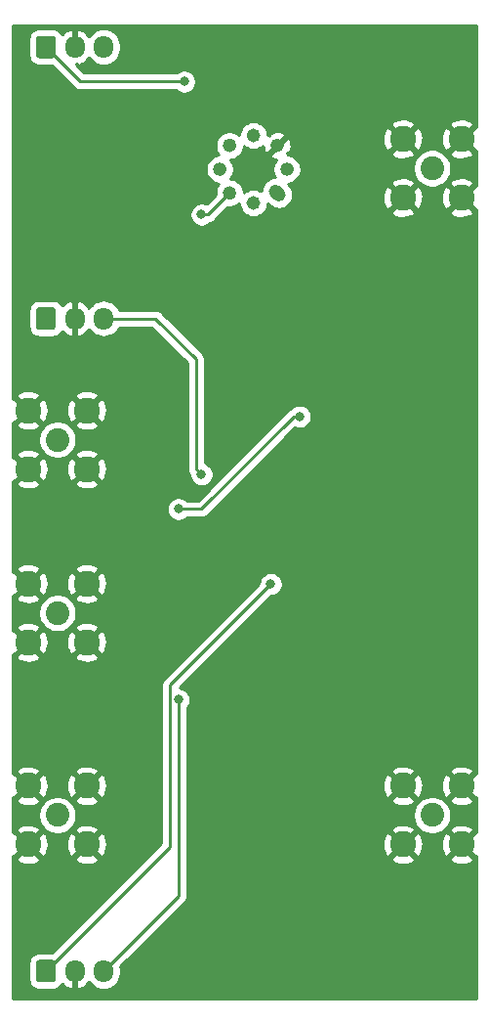
<source format=gbl>
%TF.GenerationSoftware,KiCad,Pcbnew,(5.1.6-0-10_14)*%
%TF.CreationDate,2020-08-22T01:25:31+09:00*%
%TF.ProjectId,break,62726561-6b2e-46b6-9963-61645f706362,rev?*%
%TF.SameCoordinates,Original*%
%TF.FileFunction,Copper,L2,Bot*%
%TF.FilePolarity,Positive*%
%FSLAX46Y46*%
G04 Gerber Fmt 4.6, Leading zero omitted, Abs format (unit mm)*
G04 Created by KiCad (PCBNEW (5.1.6-0-10_14)) date 2020-08-22 01:25:31*
%MOMM*%
%LPD*%
G01*
G04 APERTURE LIST*
%TA.AperFunction,ComponentPad*%
%ADD10C,2.250000*%
%TD*%
%TA.AperFunction,ComponentPad*%
%ADD11C,2.050000*%
%TD*%
%TA.AperFunction,ComponentPad*%
%ADD12O,1.700000X1.950000*%
%TD*%
%TA.AperFunction,ViaPad*%
%ADD13C,0.800000*%
%TD*%
%TA.AperFunction,Conductor*%
%ADD14C,0.250000*%
%TD*%
%TA.AperFunction,Conductor*%
%ADD15C,0.254000*%
%TD*%
G04 APERTURE END LIST*
D10*
%TO.P,J1,2*%
%TO.N,GND*%
X-22540000Y-145040000D03*
X-22540000Y-139960000D03*
X-17460000Y-139960000D03*
X-17460000Y-145040000D03*
D11*
%TO.P,J1,1*%
%TO.N,Net-(J1-Pad1)*%
X-20000000Y-142500000D03*
%TD*%
%TO.P,J2,1*%
%TO.N,Net-(J2-Pad1)*%
X12500000Y-142500000D03*
D10*
%TO.P,J2,2*%
%TO.N,GND*%
X15040000Y-145040000D03*
X15040000Y-139960000D03*
X9960000Y-139960000D03*
X9960000Y-145040000D03*
%TD*%
D11*
%TO.P,J3,1*%
%TO.N,Net-(J3-Pad1)*%
X-20000000Y-125000000D03*
D10*
%TO.P,J3,2*%
%TO.N,GND*%
X-17460000Y-127540000D03*
X-17460000Y-122460000D03*
X-22540000Y-122460000D03*
X-22540000Y-127540000D03*
%TD*%
%TO.P,J4,2*%
%TO.N,GND*%
X9960000Y-89040000D03*
X9960000Y-83960000D03*
X15040000Y-83960000D03*
X15040000Y-89040000D03*
D11*
%TO.P,J4,1*%
%TO.N,Net-(C12-Pad2)*%
X12500000Y-86500000D03*
%TD*%
%TO.P,J5,1*%
%TO.N,Net-(J5-Pad1)*%
X-20000000Y-110000000D03*
D10*
%TO.P,J5,2*%
%TO.N,GND*%
X-17460000Y-112540000D03*
X-17460000Y-107460000D03*
X-22540000Y-107460000D03*
X-22540000Y-112540000D03*
%TD*%
%TO.P,U3,1*%
%TO.N,Net-(U3-Pad1)*%
%TA.AperFunction,ComponentPad*%
G36*
G01*
X-369563Y-89210437D02*
X-369563Y-89210437D01*
G75*
G02*
X-1218091Y-89210437I-424264J424264D01*
G01*
X-1500933Y-88927595D01*
G75*
G02*
X-1500933Y-88079067I424264J424264D01*
G01*
X-1500933Y-88079067D01*
G75*
G02*
X-652405Y-88079067I424264J-424264D01*
G01*
X-369563Y-88361909D01*
G75*
G02*
X-369563Y-89210437I-424264J-424264D01*
G01*
G37*
%TD.AperFunction*%
%TO.P,U3,2*%
%TO.N,Net-(C12-Pad2)*%
%TA.AperFunction,ComponentPad*%
G36*
G01*
X344264Y-87004264D02*
X344264Y-87004264D01*
G75*
G02*
X-504264Y-87004264I-424264J424264D01*
G01*
X-504264Y-87004264D01*
G75*
G02*
X-504264Y-86155736I424264J424264D01*
G01*
X-504264Y-86155736D01*
G75*
G02*
X344264Y-86155736I424264J-424264D01*
G01*
X344264Y-86155736D01*
G75*
G02*
X344264Y-87004264I-424264J-424264D01*
G01*
G37*
%TD.AperFunction*%
%TO.P,U3,3*%
%TO.N,GND*%
%TA.AperFunction,ComponentPad*%
G36*
G01*
X-510984Y-84939512D02*
X-510984Y-84939512D01*
G75*
G02*
X-1359512Y-84939512I-424264J424264D01*
G01*
X-1359512Y-84939512D01*
G75*
G02*
X-1359512Y-84090984I424264J424264D01*
G01*
X-1359512Y-84090984D01*
G75*
G02*
X-510984Y-84090984I424264J-424264D01*
G01*
X-510984Y-84090984D01*
G75*
G02*
X-510984Y-84939512I-424264J-424264D01*
G01*
G37*
%TD.AperFunction*%
%TO.P,U3,4*%
%TO.N,-12T*%
%TA.AperFunction,ComponentPad*%
G36*
G01*
X-2575736Y-84084264D02*
X-2575736Y-84084264D01*
G75*
G02*
X-3424264Y-84084264I-424264J424264D01*
G01*
X-3424264Y-84084264D01*
G75*
G02*
X-3424264Y-83235736I424264J424264D01*
G01*
X-3424264Y-83235736D01*
G75*
G02*
X-2575736Y-83235736I424264J-424264D01*
G01*
X-2575736Y-83235736D01*
G75*
G02*
X-2575736Y-84084264I-424264J-424264D01*
G01*
G37*
%TD.AperFunction*%
%TO.P,U3,5*%
%TO.N,Net-(U3-Pad5)*%
%TA.AperFunction,ComponentPad*%
G36*
G01*
X-4640488Y-84939512D02*
X-4640488Y-84939512D01*
G75*
G02*
X-5489016Y-84939512I-424264J424264D01*
G01*
X-5489016Y-84939512D01*
G75*
G02*
X-5489016Y-84090984I424264J424264D01*
G01*
X-5489016Y-84090984D01*
G75*
G02*
X-4640488Y-84090984I424264J-424264D01*
G01*
X-4640488Y-84090984D01*
G75*
G02*
X-4640488Y-84939512I-424264J-424264D01*
G01*
G37*
%TD.AperFunction*%
%TO.P,U3,6*%
%TO.N,Net-(C12-Pad1)*%
%TA.AperFunction,ComponentPad*%
G36*
G01*
X-5495736Y-87004264D02*
X-5495736Y-87004264D01*
G75*
G02*
X-6344264Y-87004264I-424264J424264D01*
G01*
X-6344264Y-87004264D01*
G75*
G02*
X-6344264Y-86155736I424264J424264D01*
G01*
X-6344264Y-86155736D01*
G75*
G02*
X-5495736Y-86155736I424264J-424264D01*
G01*
X-5495736Y-86155736D01*
G75*
G02*
X-5495736Y-87004264I-424264J-424264D01*
G01*
G37*
%TD.AperFunction*%
%TO.P,U3,7*%
%TO.N,+12T*%
%TA.AperFunction,ComponentPad*%
G36*
G01*
X-4640488Y-89069016D02*
X-4640488Y-89069016D01*
G75*
G02*
X-5489016Y-89069016I-424264J424264D01*
G01*
X-5489016Y-89069016D01*
G75*
G02*
X-5489016Y-88220488I424264J424264D01*
G01*
X-5489016Y-88220488D01*
G75*
G02*
X-4640488Y-88220488I424264J-424264D01*
G01*
X-4640488Y-88220488D01*
G75*
G02*
X-4640488Y-89069016I-424264J-424264D01*
G01*
G37*
%TD.AperFunction*%
%TO.P,U3,8*%
%TO.N,Net-(U3-Pad8)*%
%TA.AperFunction,ComponentPad*%
G36*
G01*
X-2575736Y-89924264D02*
X-2575736Y-89924264D01*
G75*
G02*
X-3424264Y-89924264I-424264J424264D01*
G01*
X-3424264Y-89924264D01*
G75*
G02*
X-3424264Y-89075736I424264J424264D01*
G01*
X-3424264Y-89075736D01*
G75*
G02*
X-2575736Y-89075736I424264J-424264D01*
G01*
X-2575736Y-89075736D01*
G75*
G02*
X-2575736Y-89924264I-424264J-424264D01*
G01*
G37*
%TD.AperFunction*%
%TD*%
D12*
%TO.P,J6,3*%
%TO.N,+12V*%
X-16000000Y-156000000D03*
%TO.P,J6,2*%
%TO.N,GND*%
X-18500000Y-156000000D03*
%TO.P,J6,1*%
%TO.N,-12V*%
%TA.AperFunction,ComponentPad*%
G36*
G01*
X-21850000Y-156725000D02*
X-21850000Y-155275000D01*
G75*
G02*
X-21600000Y-155025000I250000J0D01*
G01*
X-20400000Y-155025000D01*
G75*
G02*
X-20150000Y-155275000I0J-250000D01*
G01*
X-20150000Y-156725000D01*
G75*
G02*
X-20400000Y-156975000I-250000J0D01*
G01*
X-21600000Y-156975000D01*
G75*
G02*
X-21850000Y-156725000I0J250000D01*
G01*
G37*
%TD.AperFunction*%
%TD*%
%TO.P,J8,1*%
%TO.N,-5V*%
%TA.AperFunction,ComponentPad*%
G36*
G01*
X-21850000Y-100225000D02*
X-21850000Y-98775000D01*
G75*
G02*
X-21600000Y-98525000I250000J0D01*
G01*
X-20400000Y-98525000D01*
G75*
G02*
X-20150000Y-98775000I0J-250000D01*
G01*
X-20150000Y-100225000D01*
G75*
G02*
X-20400000Y-100475000I-250000J0D01*
G01*
X-21600000Y-100475000D01*
G75*
G02*
X-21850000Y-100225000I0J250000D01*
G01*
G37*
%TD.AperFunction*%
%TO.P,J8,2*%
%TO.N,GND*%
X-18500000Y-99500000D03*
%TO.P,J8,3*%
%TO.N,+5V*%
X-16000000Y-99500000D03*
%TD*%
%TO.P,J7,1*%
%TO.N,-12T*%
%TA.AperFunction,ComponentPad*%
G36*
G01*
X-21850000Y-76725000D02*
X-21850000Y-75275000D01*
G75*
G02*
X-21600000Y-75025000I250000J0D01*
G01*
X-20400000Y-75025000D01*
G75*
G02*
X-20150000Y-75275000I0J-250000D01*
G01*
X-20150000Y-76725000D01*
G75*
G02*
X-20400000Y-76975000I-250000J0D01*
G01*
X-21600000Y-76975000D01*
G75*
G02*
X-21850000Y-76725000I0J250000D01*
G01*
G37*
%TD.AperFunction*%
%TO.P,J7,2*%
%TO.N,GND*%
X-18500000Y-76000000D03*
%TO.P,J7,3*%
%TO.N,+12T*%
X-16000000Y-76000000D03*
%TD*%
D13*
%TO.N,+12T*%
X-7500000Y-90500000D03*
%TO.N,+12V*%
X-9500000Y-132500000D03*
%TO.N,-12V*%
X-1500000Y-122500000D03*
%TO.N,+5V*%
X-7500000Y-113000000D03*
%TO.N,Net-(R11-Pad1)*%
X-9500000Y-116000000D03*
X1000000Y-108000000D03*
%TO.N,-12T*%
X-9000000Y-79000000D03*
%TD*%
D14*
%TO.N,+12T*%
X-6920000Y-90500000D02*
X-7500000Y-90500000D01*
X-5064752Y-88644752D02*
X-6920000Y-90500000D01*
%TO.N,+12V*%
X-9500000Y-149500000D02*
X-16000000Y-156000000D01*
X-9500000Y-132500000D02*
X-9500000Y-149500000D01*
%TO.N,-12V*%
X-10225001Y-145225001D02*
X-21000000Y-156000000D01*
X-10225001Y-131225001D02*
X-10225001Y-145225001D01*
X-1500000Y-122500000D02*
X-10225001Y-131225001D01*
%TO.N,+5V*%
X-16000000Y-99500000D02*
X-11500000Y-99500000D01*
X-11500000Y-99500000D02*
X-8000000Y-103000000D01*
X-8000000Y-112500000D02*
X-7500000Y-113000000D01*
X-8000000Y-103000000D02*
X-8000000Y-112500000D01*
%TO.N,Net-(R11-Pad1)*%
X-9500000Y-116000000D02*
X-7500000Y-116000000D01*
X-7500000Y-116000000D02*
X500000Y-108000000D01*
X500000Y-108000000D02*
X1000000Y-108000000D01*
%TO.N,-12T*%
X-18000000Y-79000000D02*
X-21000000Y-76000000D01*
X-9000000Y-79000000D02*
X-18000000Y-79000000D01*
%TD*%
D15*
%TO.N,GND*%
G36*
X16340000Y-82945255D02*
G01*
X16264531Y-82915074D01*
X15219605Y-83960000D01*
X16264531Y-85004926D01*
X16340000Y-84974745D01*
X16340000Y-88025255D01*
X16264531Y-87995074D01*
X15219605Y-89040000D01*
X16264531Y-90084926D01*
X16340000Y-90054745D01*
X16340001Y-138945255D01*
X16264531Y-138915074D01*
X15219605Y-139960000D01*
X16264531Y-141004926D01*
X16340001Y-140974745D01*
X16340001Y-144025255D01*
X16264531Y-143995074D01*
X15219605Y-145040000D01*
X16264531Y-146084926D01*
X16340001Y-146054745D01*
X16340001Y-158340000D01*
X-23840000Y-158340000D01*
X-23840000Y-155275000D01*
X-22488072Y-155275000D01*
X-22488072Y-156725000D01*
X-22471008Y-156898254D01*
X-22420472Y-157064850D01*
X-22338405Y-157218386D01*
X-22227962Y-157352962D01*
X-22093386Y-157463405D01*
X-21939850Y-157545472D01*
X-21773254Y-157596008D01*
X-21600000Y-157613072D01*
X-20400000Y-157613072D01*
X-20226746Y-157596008D01*
X-20060150Y-157545472D01*
X-19906614Y-157463405D01*
X-19772038Y-157352962D01*
X-19661595Y-157218386D01*
X-19605286Y-157113039D01*
X-19589049Y-157134429D01*
X-19371193Y-157327496D01*
X-19119858Y-157474352D01*
X-18856890Y-157566476D01*
X-18627000Y-157445155D01*
X-18627000Y-156127000D01*
X-18647000Y-156127000D01*
X-18647000Y-155873000D01*
X-18627000Y-155873000D01*
X-18627000Y-155853000D01*
X-18373000Y-155853000D01*
X-18373000Y-155873000D01*
X-18353000Y-155873000D01*
X-18353000Y-156127000D01*
X-18373000Y-156127000D01*
X-18373000Y-157445155D01*
X-18143110Y-157566476D01*
X-17880142Y-157474352D01*
X-17628807Y-157327496D01*
X-17410951Y-157134429D01*
X-17254462Y-156928278D01*
X-17240706Y-156954014D01*
X-17055134Y-157180134D01*
X-16829013Y-157365706D01*
X-16571033Y-157503599D01*
X-16291110Y-157588513D01*
X-16000000Y-157617185D01*
X-15708889Y-157588513D01*
X-15428966Y-157503599D01*
X-15170986Y-157365706D01*
X-14944866Y-157180134D01*
X-14759294Y-156954014D01*
X-14621401Y-156696033D01*
X-14536487Y-156416110D01*
X-14515000Y-156197949D01*
X-14515000Y-155802050D01*
X-14534030Y-155608832D01*
X-8988997Y-150063799D01*
X-8959999Y-150040001D01*
X-8933668Y-150007917D01*
X-8865026Y-149924277D01*
X-8794454Y-149792247D01*
X-8750997Y-149648986D01*
X-8740000Y-149537333D01*
X-8740000Y-149537324D01*
X-8736324Y-149500001D01*
X-8740000Y-149462678D01*
X-8740000Y-146264531D01*
X8915074Y-146264531D01*
X9025921Y-146541714D01*
X9336840Y-146695089D01*
X9671705Y-146784860D01*
X10017650Y-146807576D01*
X10361380Y-146762366D01*
X10689685Y-146650966D01*
X10894079Y-146541714D01*
X11004926Y-146264531D01*
X13995074Y-146264531D01*
X14105921Y-146541714D01*
X14416840Y-146695089D01*
X14751705Y-146784860D01*
X15097650Y-146807576D01*
X15441380Y-146762366D01*
X15769685Y-146650966D01*
X15974079Y-146541714D01*
X16084926Y-146264531D01*
X15040000Y-145219605D01*
X13995074Y-146264531D01*
X11004926Y-146264531D01*
X9960000Y-145219605D01*
X8915074Y-146264531D01*
X-8740000Y-146264531D01*
X-8740000Y-145097650D01*
X8192424Y-145097650D01*
X8237634Y-145441380D01*
X8349034Y-145769685D01*
X8458286Y-145974079D01*
X8735469Y-146084926D01*
X9780395Y-145040000D01*
X10139605Y-145040000D01*
X11184531Y-146084926D01*
X11461714Y-145974079D01*
X11615089Y-145663160D01*
X11704860Y-145328295D01*
X11720004Y-145097650D01*
X13272424Y-145097650D01*
X13317634Y-145441380D01*
X13429034Y-145769685D01*
X13538286Y-145974079D01*
X13815469Y-146084926D01*
X14860395Y-145040000D01*
X13815469Y-143995074D01*
X13538286Y-144105921D01*
X13384911Y-144416840D01*
X13295140Y-144751705D01*
X13272424Y-145097650D01*
X11720004Y-145097650D01*
X11727576Y-144982350D01*
X11682366Y-144638620D01*
X11570966Y-144310315D01*
X11461714Y-144105921D01*
X11184531Y-143995074D01*
X10139605Y-145040000D01*
X9780395Y-145040000D01*
X8735469Y-143995074D01*
X8458286Y-144105921D01*
X8304911Y-144416840D01*
X8215140Y-144751705D01*
X8192424Y-145097650D01*
X-8740000Y-145097650D01*
X-8740000Y-143815469D01*
X8915074Y-143815469D01*
X9960000Y-144860395D01*
X11004926Y-143815469D01*
X10894079Y-143538286D01*
X10583160Y-143384911D01*
X10248295Y-143295140D01*
X9902350Y-143272424D01*
X9558620Y-143317634D01*
X9230315Y-143429034D01*
X9025921Y-143538286D01*
X8915074Y-143815469D01*
X-8740000Y-143815469D01*
X-8740000Y-142336504D01*
X10840000Y-142336504D01*
X10840000Y-142663496D01*
X10903793Y-142984204D01*
X11028927Y-143286305D01*
X11210594Y-143558188D01*
X11441812Y-143789406D01*
X11713695Y-143971073D01*
X12015796Y-144096207D01*
X12336504Y-144160000D01*
X12663496Y-144160000D01*
X12984204Y-144096207D01*
X13286305Y-143971073D01*
X13519182Y-143815469D01*
X13995074Y-143815469D01*
X15040000Y-144860395D01*
X16084926Y-143815469D01*
X15974079Y-143538286D01*
X15663160Y-143384911D01*
X15328295Y-143295140D01*
X14982350Y-143272424D01*
X14638620Y-143317634D01*
X14310315Y-143429034D01*
X14105921Y-143538286D01*
X13995074Y-143815469D01*
X13519182Y-143815469D01*
X13558188Y-143789406D01*
X13789406Y-143558188D01*
X13971073Y-143286305D01*
X14096207Y-142984204D01*
X14160000Y-142663496D01*
X14160000Y-142336504D01*
X14096207Y-142015796D01*
X13971073Y-141713695D01*
X13789406Y-141441812D01*
X13558188Y-141210594D01*
X13519183Y-141184531D01*
X13995074Y-141184531D01*
X14105921Y-141461714D01*
X14416840Y-141615089D01*
X14751705Y-141704860D01*
X15097650Y-141727576D01*
X15441380Y-141682366D01*
X15769685Y-141570966D01*
X15974079Y-141461714D01*
X16084926Y-141184531D01*
X15040000Y-140139605D01*
X13995074Y-141184531D01*
X13519183Y-141184531D01*
X13286305Y-141028927D01*
X12984204Y-140903793D01*
X12663496Y-140840000D01*
X12336504Y-140840000D01*
X12015796Y-140903793D01*
X11713695Y-141028927D01*
X11441812Y-141210594D01*
X11210594Y-141441812D01*
X11028927Y-141713695D01*
X10903793Y-142015796D01*
X10840000Y-142336504D01*
X-8740000Y-142336504D01*
X-8740000Y-141184531D01*
X8915074Y-141184531D01*
X9025921Y-141461714D01*
X9336840Y-141615089D01*
X9671705Y-141704860D01*
X10017650Y-141727576D01*
X10361380Y-141682366D01*
X10689685Y-141570966D01*
X10894079Y-141461714D01*
X11004926Y-141184531D01*
X9960000Y-140139605D01*
X8915074Y-141184531D01*
X-8740000Y-141184531D01*
X-8740000Y-140017650D01*
X8192424Y-140017650D01*
X8237634Y-140361380D01*
X8349034Y-140689685D01*
X8458286Y-140894079D01*
X8735469Y-141004926D01*
X9780395Y-139960000D01*
X10139605Y-139960000D01*
X11184531Y-141004926D01*
X11461714Y-140894079D01*
X11615089Y-140583160D01*
X11704860Y-140248295D01*
X11720004Y-140017650D01*
X13272424Y-140017650D01*
X13317634Y-140361380D01*
X13429034Y-140689685D01*
X13538286Y-140894079D01*
X13815469Y-141004926D01*
X14860395Y-139960000D01*
X13815469Y-138915074D01*
X13538286Y-139025921D01*
X13384911Y-139336840D01*
X13295140Y-139671705D01*
X13272424Y-140017650D01*
X11720004Y-140017650D01*
X11727576Y-139902350D01*
X11682366Y-139558620D01*
X11570966Y-139230315D01*
X11461714Y-139025921D01*
X11184531Y-138915074D01*
X10139605Y-139960000D01*
X9780395Y-139960000D01*
X8735469Y-138915074D01*
X8458286Y-139025921D01*
X8304911Y-139336840D01*
X8215140Y-139671705D01*
X8192424Y-140017650D01*
X-8740000Y-140017650D01*
X-8740000Y-138735469D01*
X8915074Y-138735469D01*
X9960000Y-139780395D01*
X11004926Y-138735469D01*
X13995074Y-138735469D01*
X15040000Y-139780395D01*
X16084926Y-138735469D01*
X15974079Y-138458286D01*
X15663160Y-138304911D01*
X15328295Y-138215140D01*
X14982350Y-138192424D01*
X14638620Y-138237634D01*
X14310315Y-138349034D01*
X14105921Y-138458286D01*
X13995074Y-138735469D01*
X11004926Y-138735469D01*
X10894079Y-138458286D01*
X10583160Y-138304911D01*
X10248295Y-138215140D01*
X9902350Y-138192424D01*
X9558620Y-138237634D01*
X9230315Y-138349034D01*
X9025921Y-138458286D01*
X8915074Y-138735469D01*
X-8740000Y-138735469D01*
X-8740000Y-133203711D01*
X-8696063Y-133159774D01*
X-8582795Y-132990256D01*
X-8504774Y-132801898D01*
X-8465000Y-132601939D01*
X-8465000Y-132398061D01*
X-8504774Y-132198102D01*
X-8582795Y-132009744D01*
X-8696063Y-131840226D01*
X-8840226Y-131696063D01*
X-9009744Y-131582795D01*
X-9198102Y-131504774D01*
X-9391503Y-131466304D01*
X-1460198Y-123535000D01*
X-1398061Y-123535000D01*
X-1198102Y-123495226D01*
X-1009744Y-123417205D01*
X-840226Y-123303937D01*
X-696063Y-123159774D01*
X-582795Y-122990256D01*
X-504774Y-122801898D01*
X-465000Y-122601939D01*
X-465000Y-122398061D01*
X-504774Y-122198102D01*
X-582795Y-122009744D01*
X-696063Y-121840226D01*
X-840226Y-121696063D01*
X-1009744Y-121582795D01*
X-1198102Y-121504774D01*
X-1398061Y-121465000D01*
X-1601939Y-121465000D01*
X-1801898Y-121504774D01*
X-1990256Y-121582795D01*
X-2159774Y-121696063D01*
X-2303937Y-121840226D01*
X-2417205Y-122009744D01*
X-2495226Y-122198102D01*
X-2535000Y-122398061D01*
X-2535000Y-122460198D01*
X-10735998Y-130661197D01*
X-10765002Y-130685000D01*
X-10820130Y-130752175D01*
X-10859975Y-130800725D01*
X-10930546Y-130932754D01*
X-10930547Y-130932755D01*
X-10974004Y-131076016D01*
X-10985001Y-131187669D01*
X-10985001Y-131187679D01*
X-10988677Y-131225001D01*
X-10985001Y-131262323D01*
X-10985000Y-144910198D01*
X-20461729Y-154386928D01*
X-21600000Y-154386928D01*
X-21773254Y-154403992D01*
X-21939850Y-154454528D01*
X-22093386Y-154536595D01*
X-22227962Y-154647038D01*
X-22338405Y-154781614D01*
X-22420472Y-154935150D01*
X-22471008Y-155101746D01*
X-22488072Y-155275000D01*
X-23840000Y-155275000D01*
X-23840000Y-146264531D01*
X-23584926Y-146264531D01*
X-23474079Y-146541714D01*
X-23163160Y-146695089D01*
X-22828295Y-146784860D01*
X-22482350Y-146807576D01*
X-22138620Y-146762366D01*
X-21810315Y-146650966D01*
X-21605921Y-146541714D01*
X-21495074Y-146264531D01*
X-18504926Y-146264531D01*
X-18394079Y-146541714D01*
X-18083160Y-146695089D01*
X-17748295Y-146784860D01*
X-17402350Y-146807576D01*
X-17058620Y-146762366D01*
X-16730315Y-146650966D01*
X-16525921Y-146541714D01*
X-16415074Y-146264531D01*
X-17460000Y-145219605D01*
X-18504926Y-146264531D01*
X-21495074Y-146264531D01*
X-22540000Y-145219605D01*
X-23584926Y-146264531D01*
X-23840000Y-146264531D01*
X-23840000Y-146054746D01*
X-23764531Y-146084926D01*
X-22719605Y-145040000D01*
X-22360395Y-145040000D01*
X-21315469Y-146084926D01*
X-21038286Y-145974079D01*
X-20884911Y-145663160D01*
X-20795140Y-145328295D01*
X-20779996Y-145097650D01*
X-19227576Y-145097650D01*
X-19182366Y-145441380D01*
X-19070966Y-145769685D01*
X-18961714Y-145974079D01*
X-18684531Y-146084926D01*
X-17639605Y-145040000D01*
X-17280395Y-145040000D01*
X-16235469Y-146084926D01*
X-15958286Y-145974079D01*
X-15804911Y-145663160D01*
X-15715140Y-145328295D01*
X-15692424Y-144982350D01*
X-15737634Y-144638620D01*
X-15849034Y-144310315D01*
X-15958286Y-144105921D01*
X-16235469Y-143995074D01*
X-17280395Y-145040000D01*
X-17639605Y-145040000D01*
X-18684531Y-143995074D01*
X-18961714Y-144105921D01*
X-19115089Y-144416840D01*
X-19204860Y-144751705D01*
X-19227576Y-145097650D01*
X-20779996Y-145097650D01*
X-20772424Y-144982350D01*
X-20817634Y-144638620D01*
X-20929034Y-144310315D01*
X-21038286Y-144105921D01*
X-21315469Y-143995074D01*
X-22360395Y-145040000D01*
X-22719605Y-145040000D01*
X-23764531Y-143995074D01*
X-23840000Y-144025254D01*
X-23840000Y-143815469D01*
X-23584926Y-143815469D01*
X-22540000Y-144860395D01*
X-21495074Y-143815469D01*
X-21605921Y-143538286D01*
X-21916840Y-143384911D01*
X-22251705Y-143295140D01*
X-22597650Y-143272424D01*
X-22941380Y-143317634D01*
X-23269685Y-143429034D01*
X-23474079Y-143538286D01*
X-23584926Y-143815469D01*
X-23840000Y-143815469D01*
X-23840000Y-142336504D01*
X-21660000Y-142336504D01*
X-21660000Y-142663496D01*
X-21596207Y-142984204D01*
X-21471073Y-143286305D01*
X-21289406Y-143558188D01*
X-21058188Y-143789406D01*
X-20786305Y-143971073D01*
X-20484204Y-144096207D01*
X-20163496Y-144160000D01*
X-19836504Y-144160000D01*
X-19515796Y-144096207D01*
X-19213695Y-143971073D01*
X-18980818Y-143815469D01*
X-18504926Y-143815469D01*
X-17460000Y-144860395D01*
X-16415074Y-143815469D01*
X-16525921Y-143538286D01*
X-16836840Y-143384911D01*
X-17171705Y-143295140D01*
X-17517650Y-143272424D01*
X-17861380Y-143317634D01*
X-18189685Y-143429034D01*
X-18394079Y-143538286D01*
X-18504926Y-143815469D01*
X-18980818Y-143815469D01*
X-18941812Y-143789406D01*
X-18710594Y-143558188D01*
X-18528927Y-143286305D01*
X-18403793Y-142984204D01*
X-18340000Y-142663496D01*
X-18340000Y-142336504D01*
X-18403793Y-142015796D01*
X-18528927Y-141713695D01*
X-18710594Y-141441812D01*
X-18941812Y-141210594D01*
X-18980817Y-141184531D01*
X-18504926Y-141184531D01*
X-18394079Y-141461714D01*
X-18083160Y-141615089D01*
X-17748295Y-141704860D01*
X-17402350Y-141727576D01*
X-17058620Y-141682366D01*
X-16730315Y-141570966D01*
X-16525921Y-141461714D01*
X-16415074Y-141184531D01*
X-17460000Y-140139605D01*
X-18504926Y-141184531D01*
X-18980817Y-141184531D01*
X-19213695Y-141028927D01*
X-19515796Y-140903793D01*
X-19836504Y-140840000D01*
X-20163496Y-140840000D01*
X-20484204Y-140903793D01*
X-20786305Y-141028927D01*
X-21058188Y-141210594D01*
X-21289406Y-141441812D01*
X-21471073Y-141713695D01*
X-21596207Y-142015796D01*
X-21660000Y-142336504D01*
X-23840000Y-142336504D01*
X-23840000Y-141184531D01*
X-23584926Y-141184531D01*
X-23474079Y-141461714D01*
X-23163160Y-141615089D01*
X-22828295Y-141704860D01*
X-22482350Y-141727576D01*
X-22138620Y-141682366D01*
X-21810315Y-141570966D01*
X-21605921Y-141461714D01*
X-21495074Y-141184531D01*
X-22540000Y-140139605D01*
X-23584926Y-141184531D01*
X-23840000Y-141184531D01*
X-23840000Y-140974746D01*
X-23764531Y-141004926D01*
X-22719605Y-139960000D01*
X-22360395Y-139960000D01*
X-21315469Y-141004926D01*
X-21038286Y-140894079D01*
X-20884911Y-140583160D01*
X-20795140Y-140248295D01*
X-20779996Y-140017650D01*
X-19227576Y-140017650D01*
X-19182366Y-140361380D01*
X-19070966Y-140689685D01*
X-18961714Y-140894079D01*
X-18684531Y-141004926D01*
X-17639605Y-139960000D01*
X-17280395Y-139960000D01*
X-16235469Y-141004926D01*
X-15958286Y-140894079D01*
X-15804911Y-140583160D01*
X-15715140Y-140248295D01*
X-15692424Y-139902350D01*
X-15737634Y-139558620D01*
X-15849034Y-139230315D01*
X-15958286Y-139025921D01*
X-16235469Y-138915074D01*
X-17280395Y-139960000D01*
X-17639605Y-139960000D01*
X-18684531Y-138915074D01*
X-18961714Y-139025921D01*
X-19115089Y-139336840D01*
X-19204860Y-139671705D01*
X-19227576Y-140017650D01*
X-20779996Y-140017650D01*
X-20772424Y-139902350D01*
X-20817634Y-139558620D01*
X-20929034Y-139230315D01*
X-21038286Y-139025921D01*
X-21315469Y-138915074D01*
X-22360395Y-139960000D01*
X-22719605Y-139960000D01*
X-23764531Y-138915074D01*
X-23840000Y-138945254D01*
X-23840000Y-138735469D01*
X-23584926Y-138735469D01*
X-22540000Y-139780395D01*
X-21495074Y-138735469D01*
X-18504926Y-138735469D01*
X-17460000Y-139780395D01*
X-16415074Y-138735469D01*
X-16525921Y-138458286D01*
X-16836840Y-138304911D01*
X-17171705Y-138215140D01*
X-17517650Y-138192424D01*
X-17861380Y-138237634D01*
X-18189685Y-138349034D01*
X-18394079Y-138458286D01*
X-18504926Y-138735469D01*
X-21495074Y-138735469D01*
X-21605921Y-138458286D01*
X-21916840Y-138304911D01*
X-22251705Y-138215140D01*
X-22597650Y-138192424D01*
X-22941380Y-138237634D01*
X-23269685Y-138349034D01*
X-23474079Y-138458286D01*
X-23584926Y-138735469D01*
X-23840000Y-138735469D01*
X-23840000Y-128764531D01*
X-23584926Y-128764531D01*
X-23474079Y-129041714D01*
X-23163160Y-129195089D01*
X-22828295Y-129284860D01*
X-22482350Y-129307576D01*
X-22138620Y-129262366D01*
X-21810315Y-129150966D01*
X-21605921Y-129041714D01*
X-21495074Y-128764531D01*
X-18504926Y-128764531D01*
X-18394079Y-129041714D01*
X-18083160Y-129195089D01*
X-17748295Y-129284860D01*
X-17402350Y-129307576D01*
X-17058620Y-129262366D01*
X-16730315Y-129150966D01*
X-16525921Y-129041714D01*
X-16415074Y-128764531D01*
X-17460000Y-127719605D01*
X-18504926Y-128764531D01*
X-21495074Y-128764531D01*
X-22540000Y-127719605D01*
X-23584926Y-128764531D01*
X-23840000Y-128764531D01*
X-23840000Y-128554746D01*
X-23764531Y-128584926D01*
X-22719605Y-127540000D01*
X-22360395Y-127540000D01*
X-21315469Y-128584926D01*
X-21038286Y-128474079D01*
X-20884911Y-128163160D01*
X-20795140Y-127828295D01*
X-20779996Y-127597650D01*
X-19227576Y-127597650D01*
X-19182366Y-127941380D01*
X-19070966Y-128269685D01*
X-18961714Y-128474079D01*
X-18684531Y-128584926D01*
X-17639605Y-127540000D01*
X-17280395Y-127540000D01*
X-16235469Y-128584926D01*
X-15958286Y-128474079D01*
X-15804911Y-128163160D01*
X-15715140Y-127828295D01*
X-15692424Y-127482350D01*
X-15737634Y-127138620D01*
X-15849034Y-126810315D01*
X-15958286Y-126605921D01*
X-16235469Y-126495074D01*
X-17280395Y-127540000D01*
X-17639605Y-127540000D01*
X-18684531Y-126495074D01*
X-18961714Y-126605921D01*
X-19115089Y-126916840D01*
X-19204860Y-127251705D01*
X-19227576Y-127597650D01*
X-20779996Y-127597650D01*
X-20772424Y-127482350D01*
X-20817634Y-127138620D01*
X-20929034Y-126810315D01*
X-21038286Y-126605921D01*
X-21315469Y-126495074D01*
X-22360395Y-127540000D01*
X-22719605Y-127540000D01*
X-23764531Y-126495074D01*
X-23840000Y-126525254D01*
X-23840000Y-126315469D01*
X-23584926Y-126315469D01*
X-22540000Y-127360395D01*
X-21495074Y-126315469D01*
X-21605921Y-126038286D01*
X-21916840Y-125884911D01*
X-22251705Y-125795140D01*
X-22597650Y-125772424D01*
X-22941380Y-125817634D01*
X-23269685Y-125929034D01*
X-23474079Y-126038286D01*
X-23584926Y-126315469D01*
X-23840000Y-126315469D01*
X-23840000Y-124836504D01*
X-21660000Y-124836504D01*
X-21660000Y-125163496D01*
X-21596207Y-125484204D01*
X-21471073Y-125786305D01*
X-21289406Y-126058188D01*
X-21058188Y-126289406D01*
X-20786305Y-126471073D01*
X-20484204Y-126596207D01*
X-20163496Y-126660000D01*
X-19836504Y-126660000D01*
X-19515796Y-126596207D01*
X-19213695Y-126471073D01*
X-18980818Y-126315469D01*
X-18504926Y-126315469D01*
X-17460000Y-127360395D01*
X-16415074Y-126315469D01*
X-16525921Y-126038286D01*
X-16836840Y-125884911D01*
X-17171705Y-125795140D01*
X-17517650Y-125772424D01*
X-17861380Y-125817634D01*
X-18189685Y-125929034D01*
X-18394079Y-126038286D01*
X-18504926Y-126315469D01*
X-18980818Y-126315469D01*
X-18941812Y-126289406D01*
X-18710594Y-126058188D01*
X-18528927Y-125786305D01*
X-18403793Y-125484204D01*
X-18340000Y-125163496D01*
X-18340000Y-124836504D01*
X-18403793Y-124515796D01*
X-18528927Y-124213695D01*
X-18710594Y-123941812D01*
X-18941812Y-123710594D01*
X-18980817Y-123684531D01*
X-18504926Y-123684531D01*
X-18394079Y-123961714D01*
X-18083160Y-124115089D01*
X-17748295Y-124204860D01*
X-17402350Y-124227576D01*
X-17058620Y-124182366D01*
X-16730315Y-124070966D01*
X-16525921Y-123961714D01*
X-16415074Y-123684531D01*
X-17460000Y-122639605D01*
X-18504926Y-123684531D01*
X-18980817Y-123684531D01*
X-19213695Y-123528927D01*
X-19515796Y-123403793D01*
X-19836504Y-123340000D01*
X-20163496Y-123340000D01*
X-20484204Y-123403793D01*
X-20786305Y-123528927D01*
X-21058188Y-123710594D01*
X-21289406Y-123941812D01*
X-21471073Y-124213695D01*
X-21596207Y-124515796D01*
X-21660000Y-124836504D01*
X-23840000Y-124836504D01*
X-23840000Y-123684531D01*
X-23584926Y-123684531D01*
X-23474079Y-123961714D01*
X-23163160Y-124115089D01*
X-22828295Y-124204860D01*
X-22482350Y-124227576D01*
X-22138620Y-124182366D01*
X-21810315Y-124070966D01*
X-21605921Y-123961714D01*
X-21495074Y-123684531D01*
X-22540000Y-122639605D01*
X-23584926Y-123684531D01*
X-23840000Y-123684531D01*
X-23840000Y-123474746D01*
X-23764531Y-123504926D01*
X-22719605Y-122460000D01*
X-22360395Y-122460000D01*
X-21315469Y-123504926D01*
X-21038286Y-123394079D01*
X-20884911Y-123083160D01*
X-20795140Y-122748295D01*
X-20779996Y-122517650D01*
X-19227576Y-122517650D01*
X-19182366Y-122861380D01*
X-19070966Y-123189685D01*
X-18961714Y-123394079D01*
X-18684531Y-123504926D01*
X-17639605Y-122460000D01*
X-17280395Y-122460000D01*
X-16235469Y-123504926D01*
X-15958286Y-123394079D01*
X-15804911Y-123083160D01*
X-15715140Y-122748295D01*
X-15692424Y-122402350D01*
X-15737634Y-122058620D01*
X-15849034Y-121730315D01*
X-15958286Y-121525921D01*
X-16235469Y-121415074D01*
X-17280395Y-122460000D01*
X-17639605Y-122460000D01*
X-18684531Y-121415074D01*
X-18961714Y-121525921D01*
X-19115089Y-121836840D01*
X-19204860Y-122171705D01*
X-19227576Y-122517650D01*
X-20779996Y-122517650D01*
X-20772424Y-122402350D01*
X-20817634Y-122058620D01*
X-20929034Y-121730315D01*
X-21038286Y-121525921D01*
X-21315469Y-121415074D01*
X-22360395Y-122460000D01*
X-22719605Y-122460000D01*
X-23764531Y-121415074D01*
X-23840000Y-121445254D01*
X-23840000Y-121235469D01*
X-23584926Y-121235469D01*
X-22540000Y-122280395D01*
X-21495074Y-121235469D01*
X-18504926Y-121235469D01*
X-17460000Y-122280395D01*
X-16415074Y-121235469D01*
X-16525921Y-120958286D01*
X-16836840Y-120804911D01*
X-17171705Y-120715140D01*
X-17517650Y-120692424D01*
X-17861380Y-120737634D01*
X-18189685Y-120849034D01*
X-18394079Y-120958286D01*
X-18504926Y-121235469D01*
X-21495074Y-121235469D01*
X-21605921Y-120958286D01*
X-21916840Y-120804911D01*
X-22251705Y-120715140D01*
X-22597650Y-120692424D01*
X-22941380Y-120737634D01*
X-23269685Y-120849034D01*
X-23474079Y-120958286D01*
X-23584926Y-121235469D01*
X-23840000Y-121235469D01*
X-23840000Y-115898061D01*
X-10535000Y-115898061D01*
X-10535000Y-116101939D01*
X-10495226Y-116301898D01*
X-10417205Y-116490256D01*
X-10303937Y-116659774D01*
X-10159774Y-116803937D01*
X-9990256Y-116917205D01*
X-9801898Y-116995226D01*
X-9601939Y-117035000D01*
X-9398061Y-117035000D01*
X-9198102Y-116995226D01*
X-9009744Y-116917205D01*
X-8840226Y-116803937D01*
X-8796289Y-116760000D01*
X-7537322Y-116760000D01*
X-7500000Y-116763676D01*
X-7462678Y-116760000D01*
X-7462667Y-116760000D01*
X-7351014Y-116749003D01*
X-7207753Y-116705546D01*
X-7075724Y-116634974D01*
X-6959999Y-116540001D01*
X-6936196Y-116510997D01*
X614292Y-108960511D01*
X698102Y-108995226D01*
X898061Y-109035000D01*
X1101939Y-109035000D01*
X1301898Y-108995226D01*
X1490256Y-108917205D01*
X1659774Y-108803937D01*
X1803937Y-108659774D01*
X1917205Y-108490256D01*
X1995226Y-108301898D01*
X2035000Y-108101939D01*
X2035000Y-107898061D01*
X1995226Y-107698102D01*
X1917205Y-107509744D01*
X1803937Y-107340226D01*
X1659774Y-107196063D01*
X1490256Y-107082795D01*
X1301898Y-107004774D01*
X1101939Y-106965000D01*
X898061Y-106965000D01*
X698102Y-107004774D01*
X509744Y-107082795D01*
X340226Y-107196063D01*
X256675Y-107279614D01*
X207753Y-107294454D01*
X75724Y-107365026D01*
X75722Y-107365027D01*
X75723Y-107365027D01*
X-11004Y-107436201D01*
X-11008Y-107436205D01*
X-40001Y-107459999D01*
X-63795Y-107488992D01*
X-7814801Y-115240000D01*
X-8796289Y-115240000D01*
X-8840226Y-115196063D01*
X-9009744Y-115082795D01*
X-9198102Y-115004774D01*
X-9398061Y-114965000D01*
X-9601939Y-114965000D01*
X-9801898Y-115004774D01*
X-9990256Y-115082795D01*
X-10159774Y-115196063D01*
X-10303937Y-115340226D01*
X-10417205Y-115509744D01*
X-10495226Y-115698102D01*
X-10535000Y-115898061D01*
X-23840000Y-115898061D01*
X-23840000Y-113764531D01*
X-23584926Y-113764531D01*
X-23474079Y-114041714D01*
X-23163160Y-114195089D01*
X-22828295Y-114284860D01*
X-22482350Y-114307576D01*
X-22138620Y-114262366D01*
X-21810315Y-114150966D01*
X-21605921Y-114041714D01*
X-21495074Y-113764531D01*
X-18504926Y-113764531D01*
X-18394079Y-114041714D01*
X-18083160Y-114195089D01*
X-17748295Y-114284860D01*
X-17402350Y-114307576D01*
X-17058620Y-114262366D01*
X-16730315Y-114150966D01*
X-16525921Y-114041714D01*
X-16415074Y-113764531D01*
X-17460000Y-112719605D01*
X-18504926Y-113764531D01*
X-21495074Y-113764531D01*
X-22540000Y-112719605D01*
X-23584926Y-113764531D01*
X-23840000Y-113764531D01*
X-23840000Y-113554746D01*
X-23764531Y-113584926D01*
X-22719605Y-112540000D01*
X-22360395Y-112540000D01*
X-21315469Y-113584926D01*
X-21038286Y-113474079D01*
X-20884911Y-113163160D01*
X-20795140Y-112828295D01*
X-20779996Y-112597650D01*
X-19227576Y-112597650D01*
X-19182366Y-112941380D01*
X-19070966Y-113269685D01*
X-18961714Y-113474079D01*
X-18684531Y-113584926D01*
X-17639605Y-112540000D01*
X-17280395Y-112540000D01*
X-16235469Y-113584926D01*
X-15958286Y-113474079D01*
X-15804911Y-113163160D01*
X-15715140Y-112828295D01*
X-15692424Y-112482350D01*
X-15737634Y-112138620D01*
X-15849034Y-111810315D01*
X-15958286Y-111605921D01*
X-16235469Y-111495074D01*
X-17280395Y-112540000D01*
X-17639605Y-112540000D01*
X-18684531Y-111495074D01*
X-18961714Y-111605921D01*
X-19115089Y-111916840D01*
X-19204860Y-112251705D01*
X-19227576Y-112597650D01*
X-20779996Y-112597650D01*
X-20772424Y-112482350D01*
X-20817634Y-112138620D01*
X-20929034Y-111810315D01*
X-21038286Y-111605921D01*
X-21315469Y-111495074D01*
X-22360395Y-112540000D01*
X-22719605Y-112540000D01*
X-23764531Y-111495074D01*
X-23840000Y-111525254D01*
X-23840000Y-111315469D01*
X-23584926Y-111315469D01*
X-22540000Y-112360395D01*
X-21495074Y-111315469D01*
X-21605921Y-111038286D01*
X-21916840Y-110884911D01*
X-22251705Y-110795140D01*
X-22597650Y-110772424D01*
X-22941380Y-110817634D01*
X-23269685Y-110929034D01*
X-23474079Y-111038286D01*
X-23584926Y-111315469D01*
X-23840000Y-111315469D01*
X-23840000Y-109836504D01*
X-21660000Y-109836504D01*
X-21660000Y-110163496D01*
X-21596207Y-110484204D01*
X-21471073Y-110786305D01*
X-21289406Y-111058188D01*
X-21058188Y-111289406D01*
X-20786305Y-111471073D01*
X-20484204Y-111596207D01*
X-20163496Y-111660000D01*
X-19836504Y-111660000D01*
X-19515796Y-111596207D01*
X-19213695Y-111471073D01*
X-18980818Y-111315469D01*
X-18504926Y-111315469D01*
X-17460000Y-112360395D01*
X-16415074Y-111315469D01*
X-16525921Y-111038286D01*
X-16836840Y-110884911D01*
X-17171705Y-110795140D01*
X-17517650Y-110772424D01*
X-17861380Y-110817634D01*
X-18189685Y-110929034D01*
X-18394079Y-111038286D01*
X-18504926Y-111315469D01*
X-18980818Y-111315469D01*
X-18941812Y-111289406D01*
X-18710594Y-111058188D01*
X-18528927Y-110786305D01*
X-18403793Y-110484204D01*
X-18340000Y-110163496D01*
X-18340000Y-109836504D01*
X-18403793Y-109515796D01*
X-18528927Y-109213695D01*
X-18710594Y-108941812D01*
X-18941812Y-108710594D01*
X-18980817Y-108684531D01*
X-18504926Y-108684531D01*
X-18394079Y-108961714D01*
X-18083160Y-109115089D01*
X-17748295Y-109204860D01*
X-17402350Y-109227576D01*
X-17058620Y-109182366D01*
X-16730315Y-109070966D01*
X-16525921Y-108961714D01*
X-16415074Y-108684531D01*
X-17460000Y-107639605D01*
X-18504926Y-108684531D01*
X-18980817Y-108684531D01*
X-19213695Y-108528927D01*
X-19515796Y-108403793D01*
X-19836504Y-108340000D01*
X-20163496Y-108340000D01*
X-20484204Y-108403793D01*
X-20786305Y-108528927D01*
X-21058188Y-108710594D01*
X-21289406Y-108941812D01*
X-21471073Y-109213695D01*
X-21596207Y-109515796D01*
X-21660000Y-109836504D01*
X-23840000Y-109836504D01*
X-23840000Y-108684531D01*
X-23584926Y-108684531D01*
X-23474079Y-108961714D01*
X-23163160Y-109115089D01*
X-22828295Y-109204860D01*
X-22482350Y-109227576D01*
X-22138620Y-109182366D01*
X-21810315Y-109070966D01*
X-21605921Y-108961714D01*
X-21495074Y-108684531D01*
X-22540000Y-107639605D01*
X-23584926Y-108684531D01*
X-23840000Y-108684531D01*
X-23840000Y-108474746D01*
X-23764531Y-108504926D01*
X-22719605Y-107460000D01*
X-22360395Y-107460000D01*
X-21315469Y-108504926D01*
X-21038286Y-108394079D01*
X-20884911Y-108083160D01*
X-20795140Y-107748295D01*
X-20779996Y-107517650D01*
X-19227576Y-107517650D01*
X-19182366Y-107861380D01*
X-19070966Y-108189685D01*
X-18961714Y-108394079D01*
X-18684531Y-108504926D01*
X-17639605Y-107460000D01*
X-17280395Y-107460000D01*
X-16235469Y-108504926D01*
X-15958286Y-108394079D01*
X-15804911Y-108083160D01*
X-15715140Y-107748295D01*
X-15692424Y-107402350D01*
X-15737634Y-107058620D01*
X-15849034Y-106730315D01*
X-15958286Y-106525921D01*
X-16235469Y-106415074D01*
X-17280395Y-107460000D01*
X-17639605Y-107460000D01*
X-18684531Y-106415074D01*
X-18961714Y-106525921D01*
X-19115089Y-106836840D01*
X-19204860Y-107171705D01*
X-19227576Y-107517650D01*
X-20779996Y-107517650D01*
X-20772424Y-107402350D01*
X-20817634Y-107058620D01*
X-20929034Y-106730315D01*
X-21038286Y-106525921D01*
X-21315469Y-106415074D01*
X-22360395Y-107460000D01*
X-22719605Y-107460000D01*
X-23764531Y-106415074D01*
X-23840000Y-106445254D01*
X-23840000Y-106235469D01*
X-23584926Y-106235469D01*
X-22540000Y-107280395D01*
X-21495074Y-106235469D01*
X-18504926Y-106235469D01*
X-17460000Y-107280395D01*
X-16415074Y-106235469D01*
X-16525921Y-105958286D01*
X-16836840Y-105804911D01*
X-17171705Y-105715140D01*
X-17517650Y-105692424D01*
X-17861380Y-105737634D01*
X-18189685Y-105849034D01*
X-18394079Y-105958286D01*
X-18504926Y-106235469D01*
X-21495074Y-106235469D01*
X-21605921Y-105958286D01*
X-21916840Y-105804911D01*
X-22251705Y-105715140D01*
X-22597650Y-105692424D01*
X-22941380Y-105737634D01*
X-23269685Y-105849034D01*
X-23474079Y-105958286D01*
X-23584926Y-106235469D01*
X-23840000Y-106235469D01*
X-23840000Y-98775000D01*
X-22488072Y-98775000D01*
X-22488072Y-100225000D01*
X-22471008Y-100398254D01*
X-22420472Y-100564850D01*
X-22338405Y-100718386D01*
X-22227962Y-100852962D01*
X-22093386Y-100963405D01*
X-21939850Y-101045472D01*
X-21773254Y-101096008D01*
X-21600000Y-101113072D01*
X-20400000Y-101113072D01*
X-20226746Y-101096008D01*
X-20060150Y-101045472D01*
X-19906614Y-100963405D01*
X-19772038Y-100852962D01*
X-19661595Y-100718386D01*
X-19605286Y-100613039D01*
X-19589049Y-100634429D01*
X-19371193Y-100827496D01*
X-19119858Y-100974352D01*
X-18856890Y-101066476D01*
X-18627000Y-100945155D01*
X-18627000Y-99627000D01*
X-18647000Y-99627000D01*
X-18647000Y-99373000D01*
X-18627000Y-99373000D01*
X-18627000Y-98054845D01*
X-18373000Y-98054845D01*
X-18373000Y-99373000D01*
X-18353000Y-99373000D01*
X-18353000Y-99627000D01*
X-18373000Y-99627000D01*
X-18373000Y-100945155D01*
X-18143110Y-101066476D01*
X-17880142Y-100974352D01*
X-17628807Y-100827496D01*
X-17410951Y-100634429D01*
X-17254462Y-100428278D01*
X-17240706Y-100454014D01*
X-17055134Y-100680134D01*
X-16829013Y-100865706D01*
X-16571033Y-101003599D01*
X-16291110Y-101088513D01*
X-16000000Y-101117185D01*
X-15708889Y-101088513D01*
X-15428966Y-101003599D01*
X-15170986Y-100865706D01*
X-14944866Y-100680134D01*
X-14759294Y-100454014D01*
X-14655592Y-100260000D01*
X-11814801Y-100260000D01*
X-8760000Y-103314803D01*
X-8759999Y-112462668D01*
X-8763676Y-112500000D01*
X-8749002Y-112648985D01*
X-8705546Y-112792246D01*
X-8634974Y-112924276D01*
X-8572828Y-113000000D01*
X-8540000Y-113040001D01*
X-8535000Y-113044104D01*
X-8535000Y-113101939D01*
X-8495226Y-113301898D01*
X-8417205Y-113490256D01*
X-8303937Y-113659774D01*
X-8159774Y-113803937D01*
X-7990256Y-113917205D01*
X-7801898Y-113995226D01*
X-7601939Y-114035000D01*
X-7398061Y-114035000D01*
X-7198102Y-113995226D01*
X-7009744Y-113917205D01*
X-6840226Y-113803937D01*
X-6696063Y-113659774D01*
X-6582795Y-113490256D01*
X-6504774Y-113301898D01*
X-6465000Y-113101939D01*
X-6465000Y-112898061D01*
X-6504774Y-112698102D01*
X-6582795Y-112509744D01*
X-6696063Y-112340226D01*
X-6840226Y-112196063D01*
X-7009744Y-112082795D01*
X-7198102Y-112004774D01*
X-7240000Y-111996440D01*
X-7240000Y-103037322D01*
X-7236324Y-102999999D01*
X-7240000Y-102962676D01*
X-7240000Y-102962667D01*
X-7250997Y-102851014D01*
X-7294454Y-102707753D01*
X-7365026Y-102575724D01*
X-7378189Y-102559685D01*
X-7436201Y-102488996D01*
X-7436205Y-102488992D01*
X-7459999Y-102459999D01*
X-7488991Y-102436206D01*
X-10936196Y-98989003D01*
X-10959999Y-98959999D01*
X-11075724Y-98865026D01*
X-11207753Y-98794454D01*
X-11351014Y-98750997D01*
X-11462667Y-98740000D01*
X-11462678Y-98740000D01*
X-11500000Y-98736324D01*
X-11537322Y-98740000D01*
X-14655591Y-98740000D01*
X-14759294Y-98545986D01*
X-14944866Y-98319866D01*
X-15170987Y-98134294D01*
X-15428967Y-97996401D01*
X-15708890Y-97911487D01*
X-16000000Y-97882815D01*
X-16291111Y-97911487D01*
X-16571034Y-97996401D01*
X-16829014Y-98134294D01*
X-17055134Y-98319866D01*
X-17240706Y-98545987D01*
X-17254462Y-98571722D01*
X-17410951Y-98365571D01*
X-17628807Y-98172504D01*
X-17880142Y-98025648D01*
X-18143110Y-97933524D01*
X-18373000Y-98054845D01*
X-18627000Y-98054845D01*
X-18856890Y-97933524D01*
X-19119858Y-98025648D01*
X-19371193Y-98172504D01*
X-19589049Y-98365571D01*
X-19605286Y-98386961D01*
X-19661595Y-98281614D01*
X-19772038Y-98147038D01*
X-19906614Y-98036595D01*
X-20060150Y-97954528D01*
X-20226746Y-97903992D01*
X-20400000Y-97886928D01*
X-21600000Y-97886928D01*
X-21773254Y-97903992D01*
X-21939850Y-97954528D01*
X-22093386Y-98036595D01*
X-22227962Y-98147038D01*
X-22338405Y-98281614D01*
X-22420472Y-98435150D01*
X-22471008Y-98601746D01*
X-22488072Y-98775000D01*
X-23840000Y-98775000D01*
X-23840000Y-90398061D01*
X-8535000Y-90398061D01*
X-8535000Y-90601939D01*
X-8495226Y-90801898D01*
X-8417205Y-90990256D01*
X-8303937Y-91159774D01*
X-8159774Y-91303937D01*
X-7990256Y-91417205D01*
X-7801898Y-91495226D01*
X-7601939Y-91535000D01*
X-7398061Y-91535000D01*
X-7198102Y-91495226D01*
X-7009744Y-91417205D01*
X-6840226Y-91303937D01*
X-6786852Y-91250563D01*
X-6771014Y-91249003D01*
X-6627753Y-91205546D01*
X-6495724Y-91134974D01*
X-6379999Y-91040001D01*
X-6356196Y-91010997D01*
X-5218553Y-89873354D01*
X-5186389Y-89879752D01*
X-4943115Y-89879752D01*
X-4704516Y-89832292D01*
X-4479760Y-89739195D01*
X-4277485Y-89604039D01*
X-4235000Y-89561554D01*
X-4235000Y-89621637D01*
X-4187540Y-89860236D01*
X-4094443Y-90084992D01*
X-3959287Y-90287267D01*
X-3787267Y-90459287D01*
X-3584992Y-90594443D01*
X-3360236Y-90687540D01*
X-3121637Y-90735000D01*
X-2878363Y-90735000D01*
X-2639764Y-90687540D01*
X-2415008Y-90594443D01*
X-2212733Y-90459287D01*
X-2040713Y-90287267D01*
X-2025522Y-90264531D01*
X8915074Y-90264531D01*
X9025921Y-90541714D01*
X9336840Y-90695089D01*
X9671705Y-90784860D01*
X10017650Y-90807576D01*
X10361380Y-90762366D01*
X10689685Y-90650966D01*
X10894079Y-90541714D01*
X11004926Y-90264531D01*
X13995074Y-90264531D01*
X14105921Y-90541714D01*
X14416840Y-90695089D01*
X14751705Y-90784860D01*
X15097650Y-90807576D01*
X15441380Y-90762366D01*
X15769685Y-90650966D01*
X15974079Y-90541714D01*
X16084926Y-90264531D01*
X15040000Y-89219605D01*
X13995074Y-90264531D01*
X11004926Y-90264531D01*
X9960000Y-89219605D01*
X8915074Y-90264531D01*
X-2025522Y-90264531D01*
X-1905557Y-90084992D01*
X-1812460Y-89860236D01*
X-1765000Y-89621637D01*
X-1765000Y-89561553D01*
X-1624207Y-89702346D01*
X-1483275Y-89818005D01*
X-1268726Y-89932684D01*
X-1035930Y-90003303D01*
X-793827Y-90027148D01*
X-551725Y-90003303D01*
X-318928Y-89932684D01*
X-104379Y-89818005D01*
X83674Y-89663674D01*
X238005Y-89475621D01*
X352684Y-89261072D01*
X402258Y-89097650D01*
X8192424Y-89097650D01*
X8237634Y-89441380D01*
X8349034Y-89769685D01*
X8458286Y-89974079D01*
X8735469Y-90084926D01*
X9780395Y-89040000D01*
X10139605Y-89040000D01*
X11184531Y-90084926D01*
X11461714Y-89974079D01*
X11615089Y-89663160D01*
X11704860Y-89328295D01*
X11720004Y-89097650D01*
X13272424Y-89097650D01*
X13317634Y-89441380D01*
X13429034Y-89769685D01*
X13538286Y-89974079D01*
X13815469Y-90084926D01*
X14860395Y-89040000D01*
X13815469Y-87995074D01*
X13538286Y-88105921D01*
X13384911Y-88416840D01*
X13295140Y-88751705D01*
X13272424Y-89097650D01*
X11720004Y-89097650D01*
X11727576Y-88982350D01*
X11682366Y-88638620D01*
X11570966Y-88310315D01*
X11461714Y-88105921D01*
X11184531Y-87995074D01*
X10139605Y-89040000D01*
X9780395Y-89040000D01*
X8735469Y-87995074D01*
X8458286Y-88105921D01*
X8304911Y-88416840D01*
X8215140Y-88751705D01*
X8192424Y-89097650D01*
X402258Y-89097650D01*
X423303Y-89028275D01*
X447148Y-88786173D01*
X423303Y-88544070D01*
X352684Y-88311274D01*
X238005Y-88096725D01*
X122346Y-87955793D01*
X-17978Y-87815469D01*
X8915074Y-87815469D01*
X9960000Y-88860395D01*
X11004926Y-87815469D01*
X10894079Y-87538286D01*
X10583160Y-87384911D01*
X10248295Y-87295140D01*
X9902350Y-87272424D01*
X9558620Y-87317634D01*
X9230315Y-87429034D01*
X9025921Y-87538286D01*
X8915074Y-87815469D01*
X-17978Y-87815469D01*
X-18447Y-87815000D01*
X41637Y-87815000D01*
X280236Y-87767540D01*
X504992Y-87674443D01*
X707267Y-87539287D01*
X879287Y-87367267D01*
X1014443Y-87164992D01*
X1107540Y-86940236D01*
X1155000Y-86701637D01*
X1155000Y-86458363D01*
X1130761Y-86336504D01*
X10840000Y-86336504D01*
X10840000Y-86663496D01*
X10903793Y-86984204D01*
X11028927Y-87286305D01*
X11210594Y-87558188D01*
X11441812Y-87789406D01*
X11713695Y-87971073D01*
X12015796Y-88096207D01*
X12336504Y-88160000D01*
X12663496Y-88160000D01*
X12984204Y-88096207D01*
X13286305Y-87971073D01*
X13519182Y-87815469D01*
X13995074Y-87815469D01*
X15040000Y-88860395D01*
X16084926Y-87815469D01*
X15974079Y-87538286D01*
X15663160Y-87384911D01*
X15328295Y-87295140D01*
X14982350Y-87272424D01*
X14638620Y-87317634D01*
X14310315Y-87429034D01*
X14105921Y-87538286D01*
X13995074Y-87815469D01*
X13519182Y-87815469D01*
X13558188Y-87789406D01*
X13789406Y-87558188D01*
X13971073Y-87286305D01*
X14096207Y-86984204D01*
X14160000Y-86663496D01*
X14160000Y-86336504D01*
X14096207Y-86015796D01*
X13971073Y-85713695D01*
X13789406Y-85441812D01*
X13558188Y-85210594D01*
X13519183Y-85184531D01*
X13995074Y-85184531D01*
X14105921Y-85461714D01*
X14416840Y-85615089D01*
X14751705Y-85704860D01*
X15097650Y-85727576D01*
X15441380Y-85682366D01*
X15769685Y-85570966D01*
X15974079Y-85461714D01*
X16084926Y-85184531D01*
X15040000Y-84139605D01*
X13995074Y-85184531D01*
X13519183Y-85184531D01*
X13286305Y-85028927D01*
X12984204Y-84903793D01*
X12663496Y-84840000D01*
X12336504Y-84840000D01*
X12015796Y-84903793D01*
X11713695Y-85028927D01*
X11441812Y-85210594D01*
X11210594Y-85441812D01*
X11028927Y-85713695D01*
X10903793Y-86015796D01*
X10840000Y-86336504D01*
X1130761Y-86336504D01*
X1107540Y-86219764D01*
X1014443Y-85995008D01*
X879287Y-85792733D01*
X707267Y-85620713D01*
X504992Y-85485557D01*
X280236Y-85392460D01*
X41637Y-85345000D01*
X-18446Y-85345000D01*
X27833Y-85298721D01*
X-86357Y-85184531D01*
X8915074Y-85184531D01*
X9025921Y-85461714D01*
X9336840Y-85615089D01*
X9671705Y-85704860D01*
X10017650Y-85727576D01*
X10361380Y-85682366D01*
X10689685Y-85570966D01*
X10894079Y-85461714D01*
X11004926Y-85184531D01*
X9960000Y-84139605D01*
X8915074Y-85184531D01*
X-86357Y-85184531D01*
X-89737Y-85181151D01*
X133241Y-85134570D01*
X173323Y-85059589D01*
X258218Y-84832858D01*
X297248Y-84593921D01*
X288915Y-84351961D01*
X233538Y-84116276D01*
X188649Y-84017650D01*
X8192424Y-84017650D01*
X8237634Y-84361380D01*
X8349034Y-84689685D01*
X8458286Y-84894079D01*
X8735469Y-85004926D01*
X9780395Y-83960000D01*
X10139605Y-83960000D01*
X11184531Y-85004926D01*
X11461714Y-84894079D01*
X11615089Y-84583160D01*
X11704860Y-84248295D01*
X11720004Y-84017650D01*
X13272424Y-84017650D01*
X13317634Y-84361380D01*
X13429034Y-84689685D01*
X13538286Y-84894079D01*
X13815469Y-85004926D01*
X14860395Y-83960000D01*
X13815469Y-82915074D01*
X13538286Y-83025921D01*
X13384911Y-83336840D01*
X13295140Y-83671705D01*
X13272424Y-84017650D01*
X11720004Y-84017650D01*
X11727576Y-83902350D01*
X11682366Y-83558620D01*
X11570966Y-83230315D01*
X11461714Y-83025921D01*
X11184531Y-82915074D01*
X10139605Y-83960000D01*
X9780395Y-83960000D01*
X8735469Y-82915074D01*
X8458286Y-83025921D01*
X8304911Y-83336840D01*
X8215140Y-83671705D01*
X8192424Y-84017650D01*
X188649Y-84017650D01*
X133245Y-83895924D01*
X-89047Y-83848652D01*
X-755643Y-84515248D01*
X-741501Y-84529391D01*
X-921106Y-84708996D01*
X-935248Y-84694853D01*
X-1601844Y-85361449D01*
X-1554572Y-85583741D01*
X-1334220Y-85684034D01*
X-1098535Y-85739411D01*
X-989713Y-85743159D01*
X-1039287Y-85792733D01*
X-1174443Y-85995008D01*
X-1267540Y-86219764D01*
X-1315000Y-86458363D01*
X-1315000Y-86701637D01*
X-1267540Y-86940236D01*
X-1174443Y-87164992D01*
X-1107366Y-87265379D01*
X-1318771Y-87286201D01*
X-1551568Y-87356820D01*
X-1766117Y-87471499D01*
X-1954170Y-87625830D01*
X-2108501Y-87813883D01*
X-2223180Y-88028432D01*
X-2293799Y-88261229D01*
X-2314621Y-88472634D01*
X-2415008Y-88405557D01*
X-2639764Y-88312460D01*
X-2878363Y-88265000D01*
X-3121637Y-88265000D01*
X-3360236Y-88312460D01*
X-3584992Y-88405557D01*
X-3787267Y-88540713D01*
X-3829752Y-88583198D01*
X-3829752Y-88523115D01*
X-3877212Y-88284516D01*
X-3970309Y-88059760D01*
X-4105465Y-87857485D01*
X-4277485Y-87685465D01*
X-4479760Y-87550309D01*
X-4704516Y-87457212D01*
X-4943115Y-87409752D01*
X-5003198Y-87409752D01*
X-4960713Y-87367267D01*
X-4825557Y-87164992D01*
X-4732460Y-86940236D01*
X-4685000Y-86701637D01*
X-4685000Y-86458363D01*
X-4732460Y-86219764D01*
X-4825557Y-85995008D01*
X-4960713Y-85792733D01*
X-5003198Y-85750248D01*
X-4943115Y-85750248D01*
X-4704516Y-85702788D01*
X-4479760Y-85609691D01*
X-4277485Y-85474535D01*
X-4105465Y-85302515D01*
X-3970309Y-85100240D01*
X-3877212Y-84875484D01*
X-3829752Y-84636885D01*
X-3829752Y-84576802D01*
X-3787267Y-84619287D01*
X-3584992Y-84754443D01*
X-3360236Y-84847540D01*
X-3121637Y-84895000D01*
X-2878363Y-84895000D01*
X-2639764Y-84847540D01*
X-2415008Y-84754443D01*
X-2212733Y-84619287D01*
X-2163159Y-84569713D01*
X-2159411Y-84678535D01*
X-2104034Y-84914220D01*
X-2003741Y-85134572D01*
X-1781449Y-85181844D01*
X-1114853Y-84515248D01*
X-1128996Y-84501106D01*
X-949391Y-84321501D01*
X-935248Y-84335643D01*
X-268652Y-83669047D01*
X-315924Y-83446755D01*
X-536276Y-83346462D01*
X-771961Y-83291085D01*
X-1013921Y-83282752D01*
X-1252858Y-83321782D01*
X-1479589Y-83406677D01*
X-1554570Y-83446759D01*
X-1601151Y-83669737D01*
X-1718721Y-83552167D01*
X-1765000Y-83598446D01*
X-1765000Y-83538363D01*
X-1812460Y-83299764D01*
X-1905557Y-83075008D01*
X-2040713Y-82872733D01*
X-2177977Y-82735469D01*
X8915074Y-82735469D01*
X9960000Y-83780395D01*
X11004926Y-82735469D01*
X13995074Y-82735469D01*
X15040000Y-83780395D01*
X16084926Y-82735469D01*
X15974079Y-82458286D01*
X15663160Y-82304911D01*
X15328295Y-82215140D01*
X14982350Y-82192424D01*
X14638620Y-82237634D01*
X14310315Y-82349034D01*
X14105921Y-82458286D01*
X13995074Y-82735469D01*
X11004926Y-82735469D01*
X10894079Y-82458286D01*
X10583160Y-82304911D01*
X10248295Y-82215140D01*
X9902350Y-82192424D01*
X9558620Y-82237634D01*
X9230315Y-82349034D01*
X9025921Y-82458286D01*
X8915074Y-82735469D01*
X-2177977Y-82735469D01*
X-2212733Y-82700713D01*
X-2415008Y-82565557D01*
X-2639764Y-82472460D01*
X-2878363Y-82425000D01*
X-3121637Y-82425000D01*
X-3360236Y-82472460D01*
X-3584992Y-82565557D01*
X-3787267Y-82700713D01*
X-3959287Y-82872733D01*
X-4094443Y-83075008D01*
X-4187540Y-83299764D01*
X-4235000Y-83538363D01*
X-4235000Y-83598446D01*
X-4277485Y-83555961D01*
X-4479760Y-83420805D01*
X-4704516Y-83327708D01*
X-4943115Y-83280248D01*
X-5186389Y-83280248D01*
X-5424988Y-83327708D01*
X-5649744Y-83420805D01*
X-5852019Y-83555961D01*
X-6024039Y-83727981D01*
X-6159195Y-83930256D01*
X-6252292Y-84155012D01*
X-6299752Y-84393611D01*
X-6299752Y-84636885D01*
X-6252292Y-84875484D01*
X-6159195Y-85100240D01*
X-6024039Y-85302515D01*
X-5981554Y-85345000D01*
X-6041637Y-85345000D01*
X-6280236Y-85392460D01*
X-6504992Y-85485557D01*
X-6707267Y-85620713D01*
X-6879287Y-85792733D01*
X-7014443Y-85995008D01*
X-7107540Y-86219764D01*
X-7155000Y-86458363D01*
X-7155000Y-86701637D01*
X-7107540Y-86940236D01*
X-7014443Y-87164992D01*
X-6879287Y-87367267D01*
X-6707267Y-87539287D01*
X-6504992Y-87674443D01*
X-6280236Y-87767540D01*
X-6041637Y-87815000D01*
X-5981554Y-87815000D01*
X-6024039Y-87857485D01*
X-6159195Y-88059760D01*
X-6252292Y-88284516D01*
X-6299752Y-88523115D01*
X-6299752Y-88766389D01*
X-6293354Y-88798553D01*
X-7057723Y-89562921D01*
X-7198102Y-89504774D01*
X-7398061Y-89465000D01*
X-7601939Y-89465000D01*
X-7801898Y-89504774D01*
X-7990256Y-89582795D01*
X-8159774Y-89696063D01*
X-8303937Y-89840226D01*
X-8417205Y-90009744D01*
X-8495226Y-90198102D01*
X-8535000Y-90398061D01*
X-23840000Y-90398061D01*
X-23840000Y-75275000D01*
X-22488072Y-75275000D01*
X-22488072Y-76725000D01*
X-22471008Y-76898254D01*
X-22420472Y-77064850D01*
X-22338405Y-77218386D01*
X-22227962Y-77352962D01*
X-22093386Y-77463405D01*
X-21939850Y-77545472D01*
X-21773254Y-77596008D01*
X-21600000Y-77613072D01*
X-20461729Y-77613072D01*
X-18563799Y-79511003D01*
X-18540001Y-79540001D01*
X-18424276Y-79634974D01*
X-18292247Y-79705546D01*
X-18148986Y-79749003D01*
X-18037333Y-79760000D01*
X-18037325Y-79760000D01*
X-18000000Y-79763676D01*
X-17962675Y-79760000D01*
X-9703711Y-79760000D01*
X-9659774Y-79803937D01*
X-9490256Y-79917205D01*
X-9301898Y-79995226D01*
X-9101939Y-80035000D01*
X-8898061Y-80035000D01*
X-8698102Y-79995226D01*
X-8509744Y-79917205D01*
X-8340226Y-79803937D01*
X-8196063Y-79659774D01*
X-8082795Y-79490256D01*
X-8004774Y-79301898D01*
X-7965000Y-79101939D01*
X-7965000Y-78898061D01*
X-8004774Y-78698102D01*
X-8082795Y-78509744D01*
X-8196063Y-78340226D01*
X-8340226Y-78196063D01*
X-8509744Y-78082795D01*
X-8698102Y-78004774D01*
X-8898061Y-77965000D01*
X-9101939Y-77965000D01*
X-9301898Y-78004774D01*
X-9490256Y-78082795D01*
X-9659774Y-78196063D01*
X-9703711Y-78240000D01*
X-17685198Y-78240000D01*
X-18372998Y-77552200D01*
X-18372998Y-77445156D01*
X-18143110Y-77566476D01*
X-17880142Y-77474352D01*
X-17628807Y-77327496D01*
X-17410951Y-77134429D01*
X-17254462Y-76928278D01*
X-17240706Y-76954014D01*
X-17055134Y-77180134D01*
X-16829013Y-77365706D01*
X-16571033Y-77503599D01*
X-16291110Y-77588513D01*
X-16000000Y-77617185D01*
X-15708889Y-77588513D01*
X-15428966Y-77503599D01*
X-15170986Y-77365706D01*
X-14944866Y-77180134D01*
X-14759294Y-76954014D01*
X-14621401Y-76696033D01*
X-14536487Y-76416110D01*
X-14515000Y-76197949D01*
X-14515000Y-75802050D01*
X-14536487Y-75583889D01*
X-14621401Y-75303966D01*
X-14759294Y-75045986D01*
X-14944866Y-74819866D01*
X-15170987Y-74634294D01*
X-15428967Y-74496401D01*
X-15708890Y-74411487D01*
X-16000000Y-74382815D01*
X-16291111Y-74411487D01*
X-16571034Y-74496401D01*
X-16829014Y-74634294D01*
X-17055134Y-74819866D01*
X-17240706Y-75045987D01*
X-17254462Y-75071722D01*
X-17410951Y-74865571D01*
X-17628807Y-74672504D01*
X-17880142Y-74525648D01*
X-18143110Y-74433524D01*
X-18373000Y-74554845D01*
X-18373000Y-75873000D01*
X-18353000Y-75873000D01*
X-18353000Y-76127000D01*
X-18373000Y-76127000D01*
X-18373000Y-76147000D01*
X-18627000Y-76147000D01*
X-18627000Y-76127000D01*
X-18647000Y-76127000D01*
X-18647000Y-75873000D01*
X-18627000Y-75873000D01*
X-18627000Y-74554845D01*
X-18856890Y-74433524D01*
X-19119858Y-74525648D01*
X-19371193Y-74672504D01*
X-19589049Y-74865571D01*
X-19605286Y-74886961D01*
X-19661595Y-74781614D01*
X-19772038Y-74647038D01*
X-19906614Y-74536595D01*
X-20060150Y-74454528D01*
X-20226746Y-74403992D01*
X-20400000Y-74386928D01*
X-21600000Y-74386928D01*
X-21773254Y-74403992D01*
X-21939850Y-74454528D01*
X-22093386Y-74536595D01*
X-22227962Y-74647038D01*
X-22338405Y-74781614D01*
X-22420472Y-74935150D01*
X-22471008Y-75101746D01*
X-22488072Y-75275000D01*
X-23840000Y-75275000D01*
X-23840000Y-74160000D01*
X16340000Y-74160000D01*
X16340000Y-82945255D01*
G37*
X16340000Y-82945255D02*
X16264531Y-82915074D01*
X15219605Y-83960000D01*
X16264531Y-85004926D01*
X16340000Y-84974745D01*
X16340000Y-88025255D01*
X16264531Y-87995074D01*
X15219605Y-89040000D01*
X16264531Y-90084926D01*
X16340000Y-90054745D01*
X16340001Y-138945255D01*
X16264531Y-138915074D01*
X15219605Y-139960000D01*
X16264531Y-141004926D01*
X16340001Y-140974745D01*
X16340001Y-144025255D01*
X16264531Y-143995074D01*
X15219605Y-145040000D01*
X16264531Y-146084926D01*
X16340001Y-146054745D01*
X16340001Y-158340000D01*
X-23840000Y-158340000D01*
X-23840000Y-155275000D01*
X-22488072Y-155275000D01*
X-22488072Y-156725000D01*
X-22471008Y-156898254D01*
X-22420472Y-157064850D01*
X-22338405Y-157218386D01*
X-22227962Y-157352962D01*
X-22093386Y-157463405D01*
X-21939850Y-157545472D01*
X-21773254Y-157596008D01*
X-21600000Y-157613072D01*
X-20400000Y-157613072D01*
X-20226746Y-157596008D01*
X-20060150Y-157545472D01*
X-19906614Y-157463405D01*
X-19772038Y-157352962D01*
X-19661595Y-157218386D01*
X-19605286Y-157113039D01*
X-19589049Y-157134429D01*
X-19371193Y-157327496D01*
X-19119858Y-157474352D01*
X-18856890Y-157566476D01*
X-18627000Y-157445155D01*
X-18627000Y-156127000D01*
X-18647000Y-156127000D01*
X-18647000Y-155873000D01*
X-18627000Y-155873000D01*
X-18627000Y-155853000D01*
X-18373000Y-155853000D01*
X-18373000Y-155873000D01*
X-18353000Y-155873000D01*
X-18353000Y-156127000D01*
X-18373000Y-156127000D01*
X-18373000Y-157445155D01*
X-18143110Y-157566476D01*
X-17880142Y-157474352D01*
X-17628807Y-157327496D01*
X-17410951Y-157134429D01*
X-17254462Y-156928278D01*
X-17240706Y-156954014D01*
X-17055134Y-157180134D01*
X-16829013Y-157365706D01*
X-16571033Y-157503599D01*
X-16291110Y-157588513D01*
X-16000000Y-157617185D01*
X-15708889Y-157588513D01*
X-15428966Y-157503599D01*
X-15170986Y-157365706D01*
X-14944866Y-157180134D01*
X-14759294Y-156954014D01*
X-14621401Y-156696033D01*
X-14536487Y-156416110D01*
X-14515000Y-156197949D01*
X-14515000Y-155802050D01*
X-14534030Y-155608832D01*
X-8988997Y-150063799D01*
X-8959999Y-150040001D01*
X-8933668Y-150007917D01*
X-8865026Y-149924277D01*
X-8794454Y-149792247D01*
X-8750997Y-149648986D01*
X-8740000Y-149537333D01*
X-8740000Y-149537324D01*
X-8736324Y-149500001D01*
X-8740000Y-149462678D01*
X-8740000Y-146264531D01*
X8915074Y-146264531D01*
X9025921Y-146541714D01*
X9336840Y-146695089D01*
X9671705Y-146784860D01*
X10017650Y-146807576D01*
X10361380Y-146762366D01*
X10689685Y-146650966D01*
X10894079Y-146541714D01*
X11004926Y-146264531D01*
X13995074Y-146264531D01*
X14105921Y-146541714D01*
X14416840Y-146695089D01*
X14751705Y-146784860D01*
X15097650Y-146807576D01*
X15441380Y-146762366D01*
X15769685Y-146650966D01*
X15974079Y-146541714D01*
X16084926Y-146264531D01*
X15040000Y-145219605D01*
X13995074Y-146264531D01*
X11004926Y-146264531D01*
X9960000Y-145219605D01*
X8915074Y-146264531D01*
X-8740000Y-146264531D01*
X-8740000Y-145097650D01*
X8192424Y-145097650D01*
X8237634Y-145441380D01*
X8349034Y-145769685D01*
X8458286Y-145974079D01*
X8735469Y-146084926D01*
X9780395Y-145040000D01*
X10139605Y-145040000D01*
X11184531Y-146084926D01*
X11461714Y-145974079D01*
X11615089Y-145663160D01*
X11704860Y-145328295D01*
X11720004Y-145097650D01*
X13272424Y-145097650D01*
X13317634Y-145441380D01*
X13429034Y-145769685D01*
X13538286Y-145974079D01*
X13815469Y-146084926D01*
X14860395Y-145040000D01*
X13815469Y-143995074D01*
X13538286Y-144105921D01*
X13384911Y-144416840D01*
X13295140Y-144751705D01*
X13272424Y-145097650D01*
X11720004Y-145097650D01*
X11727576Y-144982350D01*
X11682366Y-144638620D01*
X11570966Y-144310315D01*
X11461714Y-144105921D01*
X11184531Y-143995074D01*
X10139605Y-145040000D01*
X9780395Y-145040000D01*
X8735469Y-143995074D01*
X8458286Y-144105921D01*
X8304911Y-144416840D01*
X8215140Y-144751705D01*
X8192424Y-145097650D01*
X-8740000Y-145097650D01*
X-8740000Y-143815469D01*
X8915074Y-143815469D01*
X9960000Y-144860395D01*
X11004926Y-143815469D01*
X10894079Y-143538286D01*
X10583160Y-143384911D01*
X10248295Y-143295140D01*
X9902350Y-143272424D01*
X9558620Y-143317634D01*
X9230315Y-143429034D01*
X9025921Y-143538286D01*
X8915074Y-143815469D01*
X-8740000Y-143815469D01*
X-8740000Y-142336504D01*
X10840000Y-142336504D01*
X10840000Y-142663496D01*
X10903793Y-142984204D01*
X11028927Y-143286305D01*
X11210594Y-143558188D01*
X11441812Y-143789406D01*
X11713695Y-143971073D01*
X12015796Y-144096207D01*
X12336504Y-144160000D01*
X12663496Y-144160000D01*
X12984204Y-144096207D01*
X13286305Y-143971073D01*
X13519182Y-143815469D01*
X13995074Y-143815469D01*
X15040000Y-144860395D01*
X16084926Y-143815469D01*
X15974079Y-143538286D01*
X15663160Y-143384911D01*
X15328295Y-143295140D01*
X14982350Y-143272424D01*
X14638620Y-143317634D01*
X14310315Y-143429034D01*
X14105921Y-143538286D01*
X13995074Y-143815469D01*
X13519182Y-143815469D01*
X13558188Y-143789406D01*
X13789406Y-143558188D01*
X13971073Y-143286305D01*
X14096207Y-142984204D01*
X14160000Y-142663496D01*
X14160000Y-142336504D01*
X14096207Y-142015796D01*
X13971073Y-141713695D01*
X13789406Y-141441812D01*
X13558188Y-141210594D01*
X13519183Y-141184531D01*
X13995074Y-141184531D01*
X14105921Y-141461714D01*
X14416840Y-141615089D01*
X14751705Y-141704860D01*
X15097650Y-141727576D01*
X15441380Y-141682366D01*
X15769685Y-141570966D01*
X15974079Y-141461714D01*
X16084926Y-141184531D01*
X15040000Y-140139605D01*
X13995074Y-141184531D01*
X13519183Y-141184531D01*
X13286305Y-141028927D01*
X12984204Y-140903793D01*
X12663496Y-140840000D01*
X12336504Y-140840000D01*
X12015796Y-140903793D01*
X11713695Y-141028927D01*
X11441812Y-141210594D01*
X11210594Y-141441812D01*
X11028927Y-141713695D01*
X10903793Y-142015796D01*
X10840000Y-142336504D01*
X-8740000Y-142336504D01*
X-8740000Y-141184531D01*
X8915074Y-141184531D01*
X9025921Y-141461714D01*
X9336840Y-141615089D01*
X9671705Y-141704860D01*
X10017650Y-141727576D01*
X10361380Y-141682366D01*
X10689685Y-141570966D01*
X10894079Y-141461714D01*
X11004926Y-141184531D01*
X9960000Y-140139605D01*
X8915074Y-141184531D01*
X-8740000Y-141184531D01*
X-8740000Y-140017650D01*
X8192424Y-140017650D01*
X8237634Y-140361380D01*
X8349034Y-140689685D01*
X8458286Y-140894079D01*
X8735469Y-141004926D01*
X9780395Y-139960000D01*
X10139605Y-139960000D01*
X11184531Y-141004926D01*
X11461714Y-140894079D01*
X11615089Y-140583160D01*
X11704860Y-140248295D01*
X11720004Y-140017650D01*
X13272424Y-140017650D01*
X13317634Y-140361380D01*
X13429034Y-140689685D01*
X13538286Y-140894079D01*
X13815469Y-141004926D01*
X14860395Y-139960000D01*
X13815469Y-138915074D01*
X13538286Y-139025921D01*
X13384911Y-139336840D01*
X13295140Y-139671705D01*
X13272424Y-140017650D01*
X11720004Y-140017650D01*
X11727576Y-139902350D01*
X11682366Y-139558620D01*
X11570966Y-139230315D01*
X11461714Y-139025921D01*
X11184531Y-138915074D01*
X10139605Y-139960000D01*
X9780395Y-139960000D01*
X8735469Y-138915074D01*
X8458286Y-139025921D01*
X8304911Y-139336840D01*
X8215140Y-139671705D01*
X8192424Y-140017650D01*
X-8740000Y-140017650D01*
X-8740000Y-138735469D01*
X8915074Y-138735469D01*
X9960000Y-139780395D01*
X11004926Y-138735469D01*
X13995074Y-138735469D01*
X15040000Y-139780395D01*
X16084926Y-138735469D01*
X15974079Y-138458286D01*
X15663160Y-138304911D01*
X15328295Y-138215140D01*
X14982350Y-138192424D01*
X14638620Y-138237634D01*
X14310315Y-138349034D01*
X14105921Y-138458286D01*
X13995074Y-138735469D01*
X11004926Y-138735469D01*
X10894079Y-138458286D01*
X10583160Y-138304911D01*
X10248295Y-138215140D01*
X9902350Y-138192424D01*
X9558620Y-138237634D01*
X9230315Y-138349034D01*
X9025921Y-138458286D01*
X8915074Y-138735469D01*
X-8740000Y-138735469D01*
X-8740000Y-133203711D01*
X-8696063Y-133159774D01*
X-8582795Y-132990256D01*
X-8504774Y-132801898D01*
X-8465000Y-132601939D01*
X-8465000Y-132398061D01*
X-8504774Y-132198102D01*
X-8582795Y-132009744D01*
X-8696063Y-131840226D01*
X-8840226Y-131696063D01*
X-9009744Y-131582795D01*
X-9198102Y-131504774D01*
X-9391503Y-131466304D01*
X-1460198Y-123535000D01*
X-1398061Y-123535000D01*
X-1198102Y-123495226D01*
X-1009744Y-123417205D01*
X-840226Y-123303937D01*
X-696063Y-123159774D01*
X-582795Y-122990256D01*
X-504774Y-122801898D01*
X-465000Y-122601939D01*
X-465000Y-122398061D01*
X-504774Y-122198102D01*
X-582795Y-122009744D01*
X-696063Y-121840226D01*
X-840226Y-121696063D01*
X-1009744Y-121582795D01*
X-1198102Y-121504774D01*
X-1398061Y-121465000D01*
X-1601939Y-121465000D01*
X-1801898Y-121504774D01*
X-1990256Y-121582795D01*
X-2159774Y-121696063D01*
X-2303937Y-121840226D01*
X-2417205Y-122009744D01*
X-2495226Y-122198102D01*
X-2535000Y-122398061D01*
X-2535000Y-122460198D01*
X-10735998Y-130661197D01*
X-10765002Y-130685000D01*
X-10820130Y-130752175D01*
X-10859975Y-130800725D01*
X-10930546Y-130932754D01*
X-10930547Y-130932755D01*
X-10974004Y-131076016D01*
X-10985001Y-131187669D01*
X-10985001Y-131187679D01*
X-10988677Y-131225001D01*
X-10985001Y-131262323D01*
X-10985000Y-144910198D01*
X-20461729Y-154386928D01*
X-21600000Y-154386928D01*
X-21773254Y-154403992D01*
X-21939850Y-154454528D01*
X-22093386Y-154536595D01*
X-22227962Y-154647038D01*
X-22338405Y-154781614D01*
X-22420472Y-154935150D01*
X-22471008Y-155101746D01*
X-22488072Y-155275000D01*
X-23840000Y-155275000D01*
X-23840000Y-146264531D01*
X-23584926Y-146264531D01*
X-23474079Y-146541714D01*
X-23163160Y-146695089D01*
X-22828295Y-146784860D01*
X-22482350Y-146807576D01*
X-22138620Y-146762366D01*
X-21810315Y-146650966D01*
X-21605921Y-146541714D01*
X-21495074Y-146264531D01*
X-18504926Y-146264531D01*
X-18394079Y-146541714D01*
X-18083160Y-146695089D01*
X-17748295Y-146784860D01*
X-17402350Y-146807576D01*
X-17058620Y-146762366D01*
X-16730315Y-146650966D01*
X-16525921Y-146541714D01*
X-16415074Y-146264531D01*
X-17460000Y-145219605D01*
X-18504926Y-146264531D01*
X-21495074Y-146264531D01*
X-22540000Y-145219605D01*
X-23584926Y-146264531D01*
X-23840000Y-146264531D01*
X-23840000Y-146054746D01*
X-23764531Y-146084926D01*
X-22719605Y-145040000D01*
X-22360395Y-145040000D01*
X-21315469Y-146084926D01*
X-21038286Y-145974079D01*
X-20884911Y-145663160D01*
X-20795140Y-145328295D01*
X-20779996Y-145097650D01*
X-19227576Y-145097650D01*
X-19182366Y-145441380D01*
X-19070966Y-145769685D01*
X-18961714Y-145974079D01*
X-18684531Y-146084926D01*
X-17639605Y-145040000D01*
X-17280395Y-145040000D01*
X-16235469Y-146084926D01*
X-15958286Y-145974079D01*
X-15804911Y-145663160D01*
X-15715140Y-145328295D01*
X-15692424Y-144982350D01*
X-15737634Y-144638620D01*
X-15849034Y-144310315D01*
X-15958286Y-144105921D01*
X-16235469Y-143995074D01*
X-17280395Y-145040000D01*
X-17639605Y-145040000D01*
X-18684531Y-143995074D01*
X-18961714Y-144105921D01*
X-19115089Y-144416840D01*
X-19204860Y-144751705D01*
X-19227576Y-145097650D01*
X-20779996Y-145097650D01*
X-20772424Y-144982350D01*
X-20817634Y-144638620D01*
X-20929034Y-144310315D01*
X-21038286Y-144105921D01*
X-21315469Y-143995074D01*
X-22360395Y-145040000D01*
X-22719605Y-145040000D01*
X-23764531Y-143995074D01*
X-23840000Y-144025254D01*
X-23840000Y-143815469D01*
X-23584926Y-143815469D01*
X-22540000Y-144860395D01*
X-21495074Y-143815469D01*
X-21605921Y-143538286D01*
X-21916840Y-143384911D01*
X-22251705Y-143295140D01*
X-22597650Y-143272424D01*
X-22941380Y-143317634D01*
X-23269685Y-143429034D01*
X-23474079Y-143538286D01*
X-23584926Y-143815469D01*
X-23840000Y-143815469D01*
X-23840000Y-142336504D01*
X-21660000Y-142336504D01*
X-21660000Y-142663496D01*
X-21596207Y-142984204D01*
X-21471073Y-143286305D01*
X-21289406Y-143558188D01*
X-21058188Y-143789406D01*
X-20786305Y-143971073D01*
X-20484204Y-144096207D01*
X-20163496Y-144160000D01*
X-19836504Y-144160000D01*
X-19515796Y-144096207D01*
X-19213695Y-143971073D01*
X-18980818Y-143815469D01*
X-18504926Y-143815469D01*
X-17460000Y-144860395D01*
X-16415074Y-143815469D01*
X-16525921Y-143538286D01*
X-16836840Y-143384911D01*
X-17171705Y-143295140D01*
X-17517650Y-143272424D01*
X-17861380Y-143317634D01*
X-18189685Y-143429034D01*
X-18394079Y-143538286D01*
X-18504926Y-143815469D01*
X-18980818Y-143815469D01*
X-18941812Y-143789406D01*
X-18710594Y-143558188D01*
X-18528927Y-143286305D01*
X-18403793Y-142984204D01*
X-18340000Y-142663496D01*
X-18340000Y-142336504D01*
X-18403793Y-142015796D01*
X-18528927Y-141713695D01*
X-18710594Y-141441812D01*
X-18941812Y-141210594D01*
X-18980817Y-141184531D01*
X-18504926Y-141184531D01*
X-18394079Y-141461714D01*
X-18083160Y-141615089D01*
X-17748295Y-141704860D01*
X-17402350Y-141727576D01*
X-17058620Y-141682366D01*
X-16730315Y-141570966D01*
X-16525921Y-141461714D01*
X-16415074Y-141184531D01*
X-17460000Y-140139605D01*
X-18504926Y-141184531D01*
X-18980817Y-141184531D01*
X-19213695Y-141028927D01*
X-19515796Y-140903793D01*
X-19836504Y-140840000D01*
X-20163496Y-140840000D01*
X-20484204Y-140903793D01*
X-20786305Y-141028927D01*
X-21058188Y-141210594D01*
X-21289406Y-141441812D01*
X-21471073Y-141713695D01*
X-21596207Y-142015796D01*
X-21660000Y-142336504D01*
X-23840000Y-142336504D01*
X-23840000Y-141184531D01*
X-23584926Y-141184531D01*
X-23474079Y-141461714D01*
X-23163160Y-141615089D01*
X-22828295Y-141704860D01*
X-22482350Y-141727576D01*
X-22138620Y-141682366D01*
X-21810315Y-141570966D01*
X-21605921Y-141461714D01*
X-21495074Y-141184531D01*
X-22540000Y-140139605D01*
X-23584926Y-141184531D01*
X-23840000Y-141184531D01*
X-23840000Y-140974746D01*
X-23764531Y-141004926D01*
X-22719605Y-139960000D01*
X-22360395Y-139960000D01*
X-21315469Y-141004926D01*
X-21038286Y-140894079D01*
X-20884911Y-140583160D01*
X-20795140Y-140248295D01*
X-20779996Y-140017650D01*
X-19227576Y-140017650D01*
X-19182366Y-140361380D01*
X-19070966Y-140689685D01*
X-18961714Y-140894079D01*
X-18684531Y-141004926D01*
X-17639605Y-139960000D01*
X-17280395Y-139960000D01*
X-16235469Y-141004926D01*
X-15958286Y-140894079D01*
X-15804911Y-140583160D01*
X-15715140Y-140248295D01*
X-15692424Y-139902350D01*
X-15737634Y-139558620D01*
X-15849034Y-139230315D01*
X-15958286Y-139025921D01*
X-16235469Y-138915074D01*
X-17280395Y-139960000D01*
X-17639605Y-139960000D01*
X-18684531Y-138915074D01*
X-18961714Y-139025921D01*
X-19115089Y-139336840D01*
X-19204860Y-139671705D01*
X-19227576Y-140017650D01*
X-20779996Y-140017650D01*
X-20772424Y-139902350D01*
X-20817634Y-139558620D01*
X-20929034Y-139230315D01*
X-21038286Y-139025921D01*
X-21315469Y-138915074D01*
X-22360395Y-139960000D01*
X-22719605Y-139960000D01*
X-23764531Y-138915074D01*
X-23840000Y-138945254D01*
X-23840000Y-138735469D01*
X-23584926Y-138735469D01*
X-22540000Y-139780395D01*
X-21495074Y-138735469D01*
X-18504926Y-138735469D01*
X-17460000Y-139780395D01*
X-16415074Y-138735469D01*
X-16525921Y-138458286D01*
X-16836840Y-138304911D01*
X-17171705Y-138215140D01*
X-17517650Y-138192424D01*
X-17861380Y-138237634D01*
X-18189685Y-138349034D01*
X-18394079Y-138458286D01*
X-18504926Y-138735469D01*
X-21495074Y-138735469D01*
X-21605921Y-138458286D01*
X-21916840Y-138304911D01*
X-22251705Y-138215140D01*
X-22597650Y-138192424D01*
X-22941380Y-138237634D01*
X-23269685Y-138349034D01*
X-23474079Y-138458286D01*
X-23584926Y-138735469D01*
X-23840000Y-138735469D01*
X-23840000Y-128764531D01*
X-23584926Y-128764531D01*
X-23474079Y-129041714D01*
X-23163160Y-129195089D01*
X-22828295Y-129284860D01*
X-22482350Y-129307576D01*
X-22138620Y-129262366D01*
X-21810315Y-129150966D01*
X-21605921Y-129041714D01*
X-21495074Y-128764531D01*
X-18504926Y-128764531D01*
X-18394079Y-129041714D01*
X-18083160Y-129195089D01*
X-17748295Y-129284860D01*
X-17402350Y-129307576D01*
X-17058620Y-129262366D01*
X-16730315Y-129150966D01*
X-16525921Y-129041714D01*
X-16415074Y-128764531D01*
X-17460000Y-127719605D01*
X-18504926Y-128764531D01*
X-21495074Y-128764531D01*
X-22540000Y-127719605D01*
X-23584926Y-128764531D01*
X-23840000Y-128764531D01*
X-23840000Y-128554746D01*
X-23764531Y-128584926D01*
X-22719605Y-127540000D01*
X-22360395Y-127540000D01*
X-21315469Y-128584926D01*
X-21038286Y-128474079D01*
X-20884911Y-128163160D01*
X-20795140Y-127828295D01*
X-20779996Y-127597650D01*
X-19227576Y-127597650D01*
X-19182366Y-127941380D01*
X-19070966Y-128269685D01*
X-18961714Y-128474079D01*
X-18684531Y-128584926D01*
X-17639605Y-127540000D01*
X-17280395Y-127540000D01*
X-16235469Y-128584926D01*
X-15958286Y-128474079D01*
X-15804911Y-128163160D01*
X-15715140Y-127828295D01*
X-15692424Y-127482350D01*
X-15737634Y-127138620D01*
X-15849034Y-126810315D01*
X-15958286Y-126605921D01*
X-16235469Y-126495074D01*
X-17280395Y-127540000D01*
X-17639605Y-127540000D01*
X-18684531Y-126495074D01*
X-18961714Y-126605921D01*
X-19115089Y-126916840D01*
X-19204860Y-127251705D01*
X-19227576Y-127597650D01*
X-20779996Y-127597650D01*
X-20772424Y-127482350D01*
X-20817634Y-127138620D01*
X-20929034Y-126810315D01*
X-21038286Y-126605921D01*
X-21315469Y-126495074D01*
X-22360395Y-127540000D01*
X-22719605Y-127540000D01*
X-23764531Y-126495074D01*
X-23840000Y-126525254D01*
X-23840000Y-126315469D01*
X-23584926Y-126315469D01*
X-22540000Y-127360395D01*
X-21495074Y-126315469D01*
X-21605921Y-126038286D01*
X-21916840Y-125884911D01*
X-22251705Y-125795140D01*
X-22597650Y-125772424D01*
X-22941380Y-125817634D01*
X-23269685Y-125929034D01*
X-23474079Y-126038286D01*
X-23584926Y-126315469D01*
X-23840000Y-126315469D01*
X-23840000Y-124836504D01*
X-21660000Y-124836504D01*
X-21660000Y-125163496D01*
X-21596207Y-125484204D01*
X-21471073Y-125786305D01*
X-21289406Y-126058188D01*
X-21058188Y-126289406D01*
X-20786305Y-126471073D01*
X-20484204Y-126596207D01*
X-20163496Y-126660000D01*
X-19836504Y-126660000D01*
X-19515796Y-126596207D01*
X-19213695Y-126471073D01*
X-18980818Y-126315469D01*
X-18504926Y-126315469D01*
X-17460000Y-127360395D01*
X-16415074Y-126315469D01*
X-16525921Y-126038286D01*
X-16836840Y-125884911D01*
X-17171705Y-125795140D01*
X-17517650Y-125772424D01*
X-17861380Y-125817634D01*
X-18189685Y-125929034D01*
X-18394079Y-126038286D01*
X-18504926Y-126315469D01*
X-18980818Y-126315469D01*
X-18941812Y-126289406D01*
X-18710594Y-126058188D01*
X-18528927Y-125786305D01*
X-18403793Y-125484204D01*
X-18340000Y-125163496D01*
X-18340000Y-124836504D01*
X-18403793Y-124515796D01*
X-18528927Y-124213695D01*
X-18710594Y-123941812D01*
X-18941812Y-123710594D01*
X-18980817Y-123684531D01*
X-18504926Y-123684531D01*
X-18394079Y-123961714D01*
X-18083160Y-124115089D01*
X-17748295Y-124204860D01*
X-17402350Y-124227576D01*
X-17058620Y-124182366D01*
X-16730315Y-124070966D01*
X-16525921Y-123961714D01*
X-16415074Y-123684531D01*
X-17460000Y-122639605D01*
X-18504926Y-123684531D01*
X-18980817Y-123684531D01*
X-19213695Y-123528927D01*
X-19515796Y-123403793D01*
X-19836504Y-123340000D01*
X-20163496Y-123340000D01*
X-20484204Y-123403793D01*
X-20786305Y-123528927D01*
X-21058188Y-123710594D01*
X-21289406Y-123941812D01*
X-21471073Y-124213695D01*
X-21596207Y-124515796D01*
X-21660000Y-124836504D01*
X-23840000Y-124836504D01*
X-23840000Y-123684531D01*
X-23584926Y-123684531D01*
X-23474079Y-123961714D01*
X-23163160Y-124115089D01*
X-22828295Y-124204860D01*
X-22482350Y-124227576D01*
X-22138620Y-124182366D01*
X-21810315Y-124070966D01*
X-21605921Y-123961714D01*
X-21495074Y-123684531D01*
X-22540000Y-122639605D01*
X-23584926Y-123684531D01*
X-23840000Y-123684531D01*
X-23840000Y-123474746D01*
X-23764531Y-123504926D01*
X-22719605Y-122460000D01*
X-22360395Y-122460000D01*
X-21315469Y-123504926D01*
X-21038286Y-123394079D01*
X-20884911Y-123083160D01*
X-20795140Y-122748295D01*
X-20779996Y-122517650D01*
X-19227576Y-122517650D01*
X-19182366Y-122861380D01*
X-19070966Y-123189685D01*
X-18961714Y-123394079D01*
X-18684531Y-123504926D01*
X-17639605Y-122460000D01*
X-17280395Y-122460000D01*
X-16235469Y-123504926D01*
X-15958286Y-123394079D01*
X-15804911Y-123083160D01*
X-15715140Y-122748295D01*
X-15692424Y-122402350D01*
X-15737634Y-122058620D01*
X-15849034Y-121730315D01*
X-15958286Y-121525921D01*
X-16235469Y-121415074D01*
X-17280395Y-122460000D01*
X-17639605Y-122460000D01*
X-18684531Y-121415074D01*
X-18961714Y-121525921D01*
X-19115089Y-121836840D01*
X-19204860Y-122171705D01*
X-19227576Y-122517650D01*
X-20779996Y-122517650D01*
X-20772424Y-122402350D01*
X-20817634Y-122058620D01*
X-20929034Y-121730315D01*
X-21038286Y-121525921D01*
X-21315469Y-121415074D01*
X-22360395Y-122460000D01*
X-22719605Y-122460000D01*
X-23764531Y-121415074D01*
X-23840000Y-121445254D01*
X-23840000Y-121235469D01*
X-23584926Y-121235469D01*
X-22540000Y-122280395D01*
X-21495074Y-121235469D01*
X-18504926Y-121235469D01*
X-17460000Y-122280395D01*
X-16415074Y-121235469D01*
X-16525921Y-120958286D01*
X-16836840Y-120804911D01*
X-17171705Y-120715140D01*
X-17517650Y-120692424D01*
X-17861380Y-120737634D01*
X-18189685Y-120849034D01*
X-18394079Y-120958286D01*
X-18504926Y-121235469D01*
X-21495074Y-121235469D01*
X-21605921Y-120958286D01*
X-21916840Y-120804911D01*
X-22251705Y-120715140D01*
X-22597650Y-120692424D01*
X-22941380Y-120737634D01*
X-23269685Y-120849034D01*
X-23474079Y-120958286D01*
X-23584926Y-121235469D01*
X-23840000Y-121235469D01*
X-23840000Y-115898061D01*
X-10535000Y-115898061D01*
X-10535000Y-116101939D01*
X-10495226Y-116301898D01*
X-10417205Y-116490256D01*
X-10303937Y-116659774D01*
X-10159774Y-116803937D01*
X-9990256Y-116917205D01*
X-9801898Y-116995226D01*
X-9601939Y-117035000D01*
X-9398061Y-117035000D01*
X-9198102Y-116995226D01*
X-9009744Y-116917205D01*
X-8840226Y-116803937D01*
X-8796289Y-116760000D01*
X-7537322Y-116760000D01*
X-7500000Y-116763676D01*
X-7462678Y-116760000D01*
X-7462667Y-116760000D01*
X-7351014Y-116749003D01*
X-7207753Y-116705546D01*
X-7075724Y-116634974D01*
X-6959999Y-116540001D01*
X-6936196Y-116510997D01*
X614292Y-108960511D01*
X698102Y-108995226D01*
X898061Y-109035000D01*
X1101939Y-109035000D01*
X1301898Y-108995226D01*
X1490256Y-108917205D01*
X1659774Y-108803937D01*
X1803937Y-108659774D01*
X1917205Y-108490256D01*
X1995226Y-108301898D01*
X2035000Y-108101939D01*
X2035000Y-107898061D01*
X1995226Y-107698102D01*
X1917205Y-107509744D01*
X1803937Y-107340226D01*
X1659774Y-107196063D01*
X1490256Y-107082795D01*
X1301898Y-107004774D01*
X1101939Y-106965000D01*
X898061Y-106965000D01*
X698102Y-107004774D01*
X509744Y-107082795D01*
X340226Y-107196063D01*
X256675Y-107279614D01*
X207753Y-107294454D01*
X75724Y-107365026D01*
X75722Y-107365027D01*
X75723Y-107365027D01*
X-11004Y-107436201D01*
X-11008Y-107436205D01*
X-40001Y-107459999D01*
X-63795Y-107488992D01*
X-7814801Y-115240000D01*
X-8796289Y-115240000D01*
X-8840226Y-115196063D01*
X-9009744Y-115082795D01*
X-9198102Y-115004774D01*
X-9398061Y-114965000D01*
X-9601939Y-114965000D01*
X-9801898Y-115004774D01*
X-9990256Y-115082795D01*
X-10159774Y-115196063D01*
X-10303937Y-115340226D01*
X-10417205Y-115509744D01*
X-10495226Y-115698102D01*
X-10535000Y-115898061D01*
X-23840000Y-115898061D01*
X-23840000Y-113764531D01*
X-23584926Y-113764531D01*
X-23474079Y-114041714D01*
X-23163160Y-114195089D01*
X-22828295Y-114284860D01*
X-22482350Y-114307576D01*
X-22138620Y-114262366D01*
X-21810315Y-114150966D01*
X-21605921Y-114041714D01*
X-21495074Y-113764531D01*
X-18504926Y-113764531D01*
X-18394079Y-114041714D01*
X-18083160Y-114195089D01*
X-17748295Y-114284860D01*
X-17402350Y-114307576D01*
X-17058620Y-114262366D01*
X-16730315Y-114150966D01*
X-16525921Y-114041714D01*
X-16415074Y-113764531D01*
X-17460000Y-112719605D01*
X-18504926Y-113764531D01*
X-21495074Y-113764531D01*
X-22540000Y-112719605D01*
X-23584926Y-113764531D01*
X-23840000Y-113764531D01*
X-23840000Y-113554746D01*
X-23764531Y-113584926D01*
X-22719605Y-112540000D01*
X-22360395Y-112540000D01*
X-21315469Y-113584926D01*
X-21038286Y-113474079D01*
X-20884911Y-113163160D01*
X-20795140Y-112828295D01*
X-20779996Y-112597650D01*
X-19227576Y-112597650D01*
X-19182366Y-112941380D01*
X-19070966Y-113269685D01*
X-18961714Y-113474079D01*
X-18684531Y-113584926D01*
X-17639605Y-112540000D01*
X-17280395Y-112540000D01*
X-16235469Y-113584926D01*
X-15958286Y-113474079D01*
X-15804911Y-113163160D01*
X-15715140Y-112828295D01*
X-15692424Y-112482350D01*
X-15737634Y-112138620D01*
X-15849034Y-111810315D01*
X-15958286Y-111605921D01*
X-16235469Y-111495074D01*
X-17280395Y-112540000D01*
X-17639605Y-112540000D01*
X-18684531Y-111495074D01*
X-18961714Y-111605921D01*
X-19115089Y-111916840D01*
X-19204860Y-112251705D01*
X-19227576Y-112597650D01*
X-20779996Y-112597650D01*
X-20772424Y-112482350D01*
X-20817634Y-112138620D01*
X-20929034Y-111810315D01*
X-21038286Y-111605921D01*
X-21315469Y-111495074D01*
X-22360395Y-112540000D01*
X-22719605Y-112540000D01*
X-23764531Y-111495074D01*
X-23840000Y-111525254D01*
X-23840000Y-111315469D01*
X-23584926Y-111315469D01*
X-22540000Y-112360395D01*
X-21495074Y-111315469D01*
X-21605921Y-111038286D01*
X-21916840Y-110884911D01*
X-22251705Y-110795140D01*
X-22597650Y-110772424D01*
X-22941380Y-110817634D01*
X-23269685Y-110929034D01*
X-23474079Y-111038286D01*
X-23584926Y-111315469D01*
X-23840000Y-111315469D01*
X-23840000Y-109836504D01*
X-21660000Y-109836504D01*
X-21660000Y-110163496D01*
X-21596207Y-110484204D01*
X-21471073Y-110786305D01*
X-21289406Y-111058188D01*
X-21058188Y-111289406D01*
X-20786305Y-111471073D01*
X-20484204Y-111596207D01*
X-20163496Y-111660000D01*
X-19836504Y-111660000D01*
X-19515796Y-111596207D01*
X-19213695Y-111471073D01*
X-18980818Y-111315469D01*
X-18504926Y-111315469D01*
X-17460000Y-112360395D01*
X-16415074Y-111315469D01*
X-16525921Y-111038286D01*
X-16836840Y-110884911D01*
X-17171705Y-110795140D01*
X-17517650Y-110772424D01*
X-17861380Y-110817634D01*
X-18189685Y-110929034D01*
X-18394079Y-111038286D01*
X-18504926Y-111315469D01*
X-18980818Y-111315469D01*
X-18941812Y-111289406D01*
X-18710594Y-111058188D01*
X-18528927Y-110786305D01*
X-18403793Y-110484204D01*
X-18340000Y-110163496D01*
X-18340000Y-109836504D01*
X-18403793Y-109515796D01*
X-18528927Y-109213695D01*
X-18710594Y-108941812D01*
X-18941812Y-108710594D01*
X-18980817Y-108684531D01*
X-18504926Y-108684531D01*
X-18394079Y-108961714D01*
X-18083160Y-109115089D01*
X-17748295Y-109204860D01*
X-17402350Y-109227576D01*
X-17058620Y-109182366D01*
X-16730315Y-109070966D01*
X-16525921Y-108961714D01*
X-16415074Y-108684531D01*
X-17460000Y-107639605D01*
X-18504926Y-108684531D01*
X-18980817Y-108684531D01*
X-19213695Y-108528927D01*
X-19515796Y-108403793D01*
X-19836504Y-108340000D01*
X-20163496Y-108340000D01*
X-20484204Y-108403793D01*
X-20786305Y-108528927D01*
X-21058188Y-108710594D01*
X-21289406Y-108941812D01*
X-21471073Y-109213695D01*
X-21596207Y-109515796D01*
X-21660000Y-109836504D01*
X-23840000Y-109836504D01*
X-23840000Y-108684531D01*
X-23584926Y-108684531D01*
X-23474079Y-108961714D01*
X-23163160Y-109115089D01*
X-22828295Y-109204860D01*
X-22482350Y-109227576D01*
X-22138620Y-109182366D01*
X-21810315Y-109070966D01*
X-21605921Y-108961714D01*
X-21495074Y-108684531D01*
X-22540000Y-107639605D01*
X-23584926Y-108684531D01*
X-23840000Y-108684531D01*
X-23840000Y-108474746D01*
X-23764531Y-108504926D01*
X-22719605Y-107460000D01*
X-22360395Y-107460000D01*
X-21315469Y-108504926D01*
X-21038286Y-108394079D01*
X-20884911Y-108083160D01*
X-20795140Y-107748295D01*
X-20779996Y-107517650D01*
X-19227576Y-107517650D01*
X-19182366Y-107861380D01*
X-19070966Y-108189685D01*
X-18961714Y-108394079D01*
X-18684531Y-108504926D01*
X-17639605Y-107460000D01*
X-17280395Y-107460000D01*
X-16235469Y-108504926D01*
X-15958286Y-108394079D01*
X-15804911Y-108083160D01*
X-15715140Y-107748295D01*
X-15692424Y-107402350D01*
X-15737634Y-107058620D01*
X-15849034Y-106730315D01*
X-15958286Y-106525921D01*
X-16235469Y-106415074D01*
X-17280395Y-107460000D01*
X-17639605Y-107460000D01*
X-18684531Y-106415074D01*
X-18961714Y-106525921D01*
X-19115089Y-106836840D01*
X-19204860Y-107171705D01*
X-19227576Y-107517650D01*
X-20779996Y-107517650D01*
X-20772424Y-107402350D01*
X-20817634Y-107058620D01*
X-20929034Y-106730315D01*
X-21038286Y-106525921D01*
X-21315469Y-106415074D01*
X-22360395Y-107460000D01*
X-22719605Y-107460000D01*
X-23764531Y-106415074D01*
X-23840000Y-106445254D01*
X-23840000Y-106235469D01*
X-23584926Y-106235469D01*
X-22540000Y-107280395D01*
X-21495074Y-106235469D01*
X-18504926Y-106235469D01*
X-17460000Y-107280395D01*
X-16415074Y-106235469D01*
X-16525921Y-105958286D01*
X-16836840Y-105804911D01*
X-17171705Y-105715140D01*
X-17517650Y-105692424D01*
X-17861380Y-105737634D01*
X-18189685Y-105849034D01*
X-18394079Y-105958286D01*
X-18504926Y-106235469D01*
X-21495074Y-106235469D01*
X-21605921Y-105958286D01*
X-21916840Y-105804911D01*
X-22251705Y-105715140D01*
X-22597650Y-105692424D01*
X-22941380Y-105737634D01*
X-23269685Y-105849034D01*
X-23474079Y-105958286D01*
X-23584926Y-106235469D01*
X-23840000Y-106235469D01*
X-23840000Y-98775000D01*
X-22488072Y-98775000D01*
X-22488072Y-100225000D01*
X-22471008Y-100398254D01*
X-22420472Y-100564850D01*
X-22338405Y-100718386D01*
X-22227962Y-100852962D01*
X-22093386Y-100963405D01*
X-21939850Y-101045472D01*
X-21773254Y-101096008D01*
X-21600000Y-101113072D01*
X-20400000Y-101113072D01*
X-20226746Y-101096008D01*
X-20060150Y-101045472D01*
X-19906614Y-100963405D01*
X-19772038Y-100852962D01*
X-19661595Y-100718386D01*
X-19605286Y-100613039D01*
X-19589049Y-100634429D01*
X-19371193Y-100827496D01*
X-19119858Y-100974352D01*
X-18856890Y-101066476D01*
X-18627000Y-100945155D01*
X-18627000Y-99627000D01*
X-18647000Y-99627000D01*
X-18647000Y-99373000D01*
X-18627000Y-99373000D01*
X-18627000Y-98054845D01*
X-18373000Y-98054845D01*
X-18373000Y-99373000D01*
X-18353000Y-99373000D01*
X-18353000Y-99627000D01*
X-18373000Y-99627000D01*
X-18373000Y-100945155D01*
X-18143110Y-101066476D01*
X-17880142Y-100974352D01*
X-17628807Y-100827496D01*
X-17410951Y-100634429D01*
X-17254462Y-100428278D01*
X-17240706Y-100454014D01*
X-17055134Y-100680134D01*
X-16829013Y-100865706D01*
X-16571033Y-101003599D01*
X-16291110Y-101088513D01*
X-16000000Y-101117185D01*
X-15708889Y-101088513D01*
X-15428966Y-101003599D01*
X-15170986Y-100865706D01*
X-14944866Y-100680134D01*
X-14759294Y-100454014D01*
X-14655592Y-100260000D01*
X-11814801Y-100260000D01*
X-8760000Y-103314803D01*
X-8759999Y-112462668D01*
X-8763676Y-112500000D01*
X-8749002Y-112648985D01*
X-8705546Y-112792246D01*
X-8634974Y-112924276D01*
X-8572828Y-113000000D01*
X-8540000Y-113040001D01*
X-8535000Y-113044104D01*
X-8535000Y-113101939D01*
X-8495226Y-113301898D01*
X-8417205Y-113490256D01*
X-8303937Y-113659774D01*
X-8159774Y-113803937D01*
X-7990256Y-113917205D01*
X-7801898Y-113995226D01*
X-7601939Y-114035000D01*
X-7398061Y-114035000D01*
X-7198102Y-113995226D01*
X-7009744Y-113917205D01*
X-6840226Y-113803937D01*
X-6696063Y-113659774D01*
X-6582795Y-113490256D01*
X-6504774Y-113301898D01*
X-6465000Y-113101939D01*
X-6465000Y-112898061D01*
X-6504774Y-112698102D01*
X-6582795Y-112509744D01*
X-6696063Y-112340226D01*
X-6840226Y-112196063D01*
X-7009744Y-112082795D01*
X-7198102Y-112004774D01*
X-7240000Y-111996440D01*
X-7240000Y-103037322D01*
X-7236324Y-102999999D01*
X-7240000Y-102962676D01*
X-7240000Y-102962667D01*
X-7250997Y-102851014D01*
X-7294454Y-102707753D01*
X-7365026Y-102575724D01*
X-7378189Y-102559685D01*
X-7436201Y-102488996D01*
X-7436205Y-102488992D01*
X-7459999Y-102459999D01*
X-7488991Y-102436206D01*
X-10936196Y-98989003D01*
X-10959999Y-98959999D01*
X-11075724Y-98865026D01*
X-11207753Y-98794454D01*
X-11351014Y-98750997D01*
X-11462667Y-98740000D01*
X-11462678Y-98740000D01*
X-11500000Y-98736324D01*
X-11537322Y-98740000D01*
X-14655591Y-98740000D01*
X-14759294Y-98545986D01*
X-14944866Y-98319866D01*
X-15170987Y-98134294D01*
X-15428967Y-97996401D01*
X-15708890Y-97911487D01*
X-16000000Y-97882815D01*
X-16291111Y-97911487D01*
X-16571034Y-97996401D01*
X-16829014Y-98134294D01*
X-17055134Y-98319866D01*
X-17240706Y-98545987D01*
X-17254462Y-98571722D01*
X-17410951Y-98365571D01*
X-17628807Y-98172504D01*
X-17880142Y-98025648D01*
X-18143110Y-97933524D01*
X-18373000Y-98054845D01*
X-18627000Y-98054845D01*
X-18856890Y-97933524D01*
X-19119858Y-98025648D01*
X-19371193Y-98172504D01*
X-19589049Y-98365571D01*
X-19605286Y-98386961D01*
X-19661595Y-98281614D01*
X-19772038Y-98147038D01*
X-19906614Y-98036595D01*
X-20060150Y-97954528D01*
X-20226746Y-97903992D01*
X-20400000Y-97886928D01*
X-21600000Y-97886928D01*
X-21773254Y-97903992D01*
X-21939850Y-97954528D01*
X-22093386Y-98036595D01*
X-22227962Y-98147038D01*
X-22338405Y-98281614D01*
X-22420472Y-98435150D01*
X-22471008Y-98601746D01*
X-22488072Y-98775000D01*
X-23840000Y-98775000D01*
X-23840000Y-90398061D01*
X-8535000Y-90398061D01*
X-8535000Y-90601939D01*
X-8495226Y-90801898D01*
X-8417205Y-90990256D01*
X-8303937Y-91159774D01*
X-8159774Y-91303937D01*
X-7990256Y-91417205D01*
X-7801898Y-91495226D01*
X-7601939Y-91535000D01*
X-7398061Y-91535000D01*
X-7198102Y-91495226D01*
X-7009744Y-91417205D01*
X-6840226Y-91303937D01*
X-6786852Y-91250563D01*
X-6771014Y-91249003D01*
X-6627753Y-91205546D01*
X-6495724Y-91134974D01*
X-6379999Y-91040001D01*
X-6356196Y-91010997D01*
X-5218553Y-89873354D01*
X-5186389Y-89879752D01*
X-4943115Y-89879752D01*
X-4704516Y-89832292D01*
X-4479760Y-89739195D01*
X-4277485Y-89604039D01*
X-4235000Y-89561554D01*
X-4235000Y-89621637D01*
X-4187540Y-89860236D01*
X-4094443Y-90084992D01*
X-3959287Y-90287267D01*
X-3787267Y-90459287D01*
X-3584992Y-90594443D01*
X-3360236Y-90687540D01*
X-3121637Y-90735000D01*
X-2878363Y-90735000D01*
X-2639764Y-90687540D01*
X-2415008Y-90594443D01*
X-2212733Y-90459287D01*
X-2040713Y-90287267D01*
X-2025522Y-90264531D01*
X8915074Y-90264531D01*
X9025921Y-90541714D01*
X9336840Y-90695089D01*
X9671705Y-90784860D01*
X10017650Y-90807576D01*
X10361380Y-90762366D01*
X10689685Y-90650966D01*
X10894079Y-90541714D01*
X11004926Y-90264531D01*
X13995074Y-90264531D01*
X14105921Y-90541714D01*
X14416840Y-90695089D01*
X14751705Y-90784860D01*
X15097650Y-90807576D01*
X15441380Y-90762366D01*
X15769685Y-90650966D01*
X15974079Y-90541714D01*
X16084926Y-90264531D01*
X15040000Y-89219605D01*
X13995074Y-90264531D01*
X11004926Y-90264531D01*
X9960000Y-89219605D01*
X8915074Y-90264531D01*
X-2025522Y-90264531D01*
X-1905557Y-90084992D01*
X-1812460Y-89860236D01*
X-1765000Y-89621637D01*
X-1765000Y-89561553D01*
X-1624207Y-89702346D01*
X-1483275Y-89818005D01*
X-1268726Y-89932684D01*
X-1035930Y-90003303D01*
X-793827Y-90027148D01*
X-551725Y-90003303D01*
X-318928Y-89932684D01*
X-104379Y-89818005D01*
X83674Y-89663674D01*
X238005Y-89475621D01*
X352684Y-89261072D01*
X402258Y-89097650D01*
X8192424Y-89097650D01*
X8237634Y-89441380D01*
X8349034Y-89769685D01*
X8458286Y-89974079D01*
X8735469Y-90084926D01*
X9780395Y-89040000D01*
X10139605Y-89040000D01*
X11184531Y-90084926D01*
X11461714Y-89974079D01*
X11615089Y-89663160D01*
X11704860Y-89328295D01*
X11720004Y-89097650D01*
X13272424Y-89097650D01*
X13317634Y-89441380D01*
X13429034Y-89769685D01*
X13538286Y-89974079D01*
X13815469Y-90084926D01*
X14860395Y-89040000D01*
X13815469Y-87995074D01*
X13538286Y-88105921D01*
X13384911Y-88416840D01*
X13295140Y-88751705D01*
X13272424Y-89097650D01*
X11720004Y-89097650D01*
X11727576Y-88982350D01*
X11682366Y-88638620D01*
X11570966Y-88310315D01*
X11461714Y-88105921D01*
X11184531Y-87995074D01*
X10139605Y-89040000D01*
X9780395Y-89040000D01*
X8735469Y-87995074D01*
X8458286Y-88105921D01*
X8304911Y-88416840D01*
X8215140Y-88751705D01*
X8192424Y-89097650D01*
X402258Y-89097650D01*
X423303Y-89028275D01*
X447148Y-88786173D01*
X423303Y-88544070D01*
X352684Y-88311274D01*
X238005Y-88096725D01*
X122346Y-87955793D01*
X-17978Y-87815469D01*
X8915074Y-87815469D01*
X9960000Y-88860395D01*
X11004926Y-87815469D01*
X10894079Y-87538286D01*
X10583160Y-87384911D01*
X10248295Y-87295140D01*
X9902350Y-87272424D01*
X9558620Y-87317634D01*
X9230315Y-87429034D01*
X9025921Y-87538286D01*
X8915074Y-87815469D01*
X-17978Y-87815469D01*
X-18447Y-87815000D01*
X41637Y-87815000D01*
X280236Y-87767540D01*
X504992Y-87674443D01*
X707267Y-87539287D01*
X879287Y-87367267D01*
X1014443Y-87164992D01*
X1107540Y-86940236D01*
X1155000Y-86701637D01*
X1155000Y-86458363D01*
X1130761Y-86336504D01*
X10840000Y-86336504D01*
X10840000Y-86663496D01*
X10903793Y-86984204D01*
X11028927Y-87286305D01*
X11210594Y-87558188D01*
X11441812Y-87789406D01*
X11713695Y-87971073D01*
X12015796Y-88096207D01*
X12336504Y-88160000D01*
X12663496Y-88160000D01*
X12984204Y-88096207D01*
X13286305Y-87971073D01*
X13519182Y-87815469D01*
X13995074Y-87815469D01*
X15040000Y-88860395D01*
X16084926Y-87815469D01*
X15974079Y-87538286D01*
X15663160Y-87384911D01*
X15328295Y-87295140D01*
X14982350Y-87272424D01*
X14638620Y-87317634D01*
X14310315Y-87429034D01*
X14105921Y-87538286D01*
X13995074Y-87815469D01*
X13519182Y-87815469D01*
X13558188Y-87789406D01*
X13789406Y-87558188D01*
X13971073Y-87286305D01*
X14096207Y-86984204D01*
X14160000Y-86663496D01*
X14160000Y-86336504D01*
X14096207Y-86015796D01*
X13971073Y-85713695D01*
X13789406Y-85441812D01*
X13558188Y-85210594D01*
X13519183Y-85184531D01*
X13995074Y-85184531D01*
X14105921Y-85461714D01*
X14416840Y-85615089D01*
X14751705Y-85704860D01*
X15097650Y-85727576D01*
X15441380Y-85682366D01*
X15769685Y-85570966D01*
X15974079Y-85461714D01*
X16084926Y-85184531D01*
X15040000Y-84139605D01*
X13995074Y-85184531D01*
X13519183Y-85184531D01*
X13286305Y-85028927D01*
X12984204Y-84903793D01*
X12663496Y-84840000D01*
X12336504Y-84840000D01*
X12015796Y-84903793D01*
X11713695Y-85028927D01*
X11441812Y-85210594D01*
X11210594Y-85441812D01*
X11028927Y-85713695D01*
X10903793Y-86015796D01*
X10840000Y-86336504D01*
X1130761Y-86336504D01*
X1107540Y-86219764D01*
X1014443Y-85995008D01*
X879287Y-85792733D01*
X707267Y-85620713D01*
X504992Y-85485557D01*
X280236Y-85392460D01*
X41637Y-85345000D01*
X-18446Y-85345000D01*
X27833Y-85298721D01*
X-86357Y-85184531D01*
X8915074Y-85184531D01*
X9025921Y-85461714D01*
X9336840Y-85615089D01*
X9671705Y-85704860D01*
X10017650Y-85727576D01*
X10361380Y-85682366D01*
X10689685Y-85570966D01*
X10894079Y-85461714D01*
X11004926Y-85184531D01*
X9960000Y-84139605D01*
X8915074Y-85184531D01*
X-86357Y-85184531D01*
X-89737Y-85181151D01*
X133241Y-85134570D01*
X173323Y-85059589D01*
X258218Y-84832858D01*
X297248Y-84593921D01*
X288915Y-84351961D01*
X233538Y-84116276D01*
X188649Y-84017650D01*
X8192424Y-84017650D01*
X8237634Y-84361380D01*
X8349034Y-84689685D01*
X8458286Y-84894079D01*
X8735469Y-85004926D01*
X9780395Y-83960000D01*
X10139605Y-83960000D01*
X11184531Y-85004926D01*
X11461714Y-84894079D01*
X11615089Y-84583160D01*
X11704860Y-84248295D01*
X11720004Y-84017650D01*
X13272424Y-84017650D01*
X13317634Y-84361380D01*
X13429034Y-84689685D01*
X13538286Y-84894079D01*
X13815469Y-85004926D01*
X14860395Y-83960000D01*
X13815469Y-82915074D01*
X13538286Y-83025921D01*
X13384911Y-83336840D01*
X13295140Y-83671705D01*
X13272424Y-84017650D01*
X11720004Y-84017650D01*
X11727576Y-83902350D01*
X11682366Y-83558620D01*
X11570966Y-83230315D01*
X11461714Y-83025921D01*
X11184531Y-82915074D01*
X10139605Y-83960000D01*
X9780395Y-83960000D01*
X8735469Y-82915074D01*
X8458286Y-83025921D01*
X8304911Y-83336840D01*
X8215140Y-83671705D01*
X8192424Y-84017650D01*
X188649Y-84017650D01*
X133245Y-83895924D01*
X-89047Y-83848652D01*
X-755643Y-84515248D01*
X-741501Y-84529391D01*
X-921106Y-84708996D01*
X-935248Y-84694853D01*
X-1601844Y-85361449D01*
X-1554572Y-85583741D01*
X-1334220Y-85684034D01*
X-1098535Y-85739411D01*
X-989713Y-85743159D01*
X-1039287Y-85792733D01*
X-1174443Y-85995008D01*
X-1267540Y-86219764D01*
X-1315000Y-86458363D01*
X-1315000Y-86701637D01*
X-1267540Y-86940236D01*
X-1174443Y-87164992D01*
X-1107366Y-87265379D01*
X-1318771Y-87286201D01*
X-1551568Y-87356820D01*
X-1766117Y-87471499D01*
X-1954170Y-87625830D01*
X-2108501Y-87813883D01*
X-2223180Y-88028432D01*
X-2293799Y-88261229D01*
X-2314621Y-88472634D01*
X-2415008Y-88405557D01*
X-2639764Y-88312460D01*
X-2878363Y-88265000D01*
X-3121637Y-88265000D01*
X-3360236Y-88312460D01*
X-3584992Y-88405557D01*
X-3787267Y-88540713D01*
X-3829752Y-88583198D01*
X-3829752Y-88523115D01*
X-3877212Y-88284516D01*
X-3970309Y-88059760D01*
X-4105465Y-87857485D01*
X-4277485Y-87685465D01*
X-4479760Y-87550309D01*
X-4704516Y-87457212D01*
X-4943115Y-87409752D01*
X-5003198Y-87409752D01*
X-4960713Y-87367267D01*
X-4825557Y-87164992D01*
X-4732460Y-86940236D01*
X-4685000Y-86701637D01*
X-4685000Y-86458363D01*
X-4732460Y-86219764D01*
X-4825557Y-85995008D01*
X-4960713Y-85792733D01*
X-5003198Y-85750248D01*
X-4943115Y-85750248D01*
X-4704516Y-85702788D01*
X-4479760Y-85609691D01*
X-4277485Y-85474535D01*
X-4105465Y-85302515D01*
X-3970309Y-85100240D01*
X-3877212Y-84875484D01*
X-3829752Y-84636885D01*
X-3829752Y-84576802D01*
X-3787267Y-84619287D01*
X-3584992Y-84754443D01*
X-3360236Y-84847540D01*
X-3121637Y-84895000D01*
X-2878363Y-84895000D01*
X-2639764Y-84847540D01*
X-2415008Y-84754443D01*
X-2212733Y-84619287D01*
X-2163159Y-84569713D01*
X-2159411Y-84678535D01*
X-2104034Y-84914220D01*
X-2003741Y-85134572D01*
X-1781449Y-85181844D01*
X-1114853Y-84515248D01*
X-1128996Y-84501106D01*
X-949391Y-84321501D01*
X-935248Y-84335643D01*
X-268652Y-83669047D01*
X-315924Y-83446755D01*
X-536276Y-83346462D01*
X-771961Y-83291085D01*
X-1013921Y-83282752D01*
X-1252858Y-83321782D01*
X-1479589Y-83406677D01*
X-1554570Y-83446759D01*
X-1601151Y-83669737D01*
X-1718721Y-83552167D01*
X-1765000Y-83598446D01*
X-1765000Y-83538363D01*
X-1812460Y-83299764D01*
X-1905557Y-83075008D01*
X-2040713Y-82872733D01*
X-2177977Y-82735469D01*
X8915074Y-82735469D01*
X9960000Y-83780395D01*
X11004926Y-82735469D01*
X13995074Y-82735469D01*
X15040000Y-83780395D01*
X16084926Y-82735469D01*
X15974079Y-82458286D01*
X15663160Y-82304911D01*
X15328295Y-82215140D01*
X14982350Y-82192424D01*
X14638620Y-82237634D01*
X14310315Y-82349034D01*
X14105921Y-82458286D01*
X13995074Y-82735469D01*
X11004926Y-82735469D01*
X10894079Y-82458286D01*
X10583160Y-82304911D01*
X10248295Y-82215140D01*
X9902350Y-82192424D01*
X9558620Y-82237634D01*
X9230315Y-82349034D01*
X9025921Y-82458286D01*
X8915074Y-82735469D01*
X-2177977Y-82735469D01*
X-2212733Y-82700713D01*
X-2415008Y-82565557D01*
X-2639764Y-82472460D01*
X-2878363Y-82425000D01*
X-3121637Y-82425000D01*
X-3360236Y-82472460D01*
X-3584992Y-82565557D01*
X-3787267Y-82700713D01*
X-3959287Y-82872733D01*
X-4094443Y-83075008D01*
X-4187540Y-83299764D01*
X-4235000Y-83538363D01*
X-4235000Y-83598446D01*
X-4277485Y-83555961D01*
X-4479760Y-83420805D01*
X-4704516Y-83327708D01*
X-4943115Y-83280248D01*
X-5186389Y-83280248D01*
X-5424988Y-83327708D01*
X-5649744Y-83420805D01*
X-5852019Y-83555961D01*
X-6024039Y-83727981D01*
X-6159195Y-83930256D01*
X-6252292Y-84155012D01*
X-6299752Y-84393611D01*
X-6299752Y-84636885D01*
X-6252292Y-84875484D01*
X-6159195Y-85100240D01*
X-6024039Y-85302515D01*
X-5981554Y-85345000D01*
X-6041637Y-85345000D01*
X-6280236Y-85392460D01*
X-6504992Y-85485557D01*
X-6707267Y-85620713D01*
X-6879287Y-85792733D01*
X-7014443Y-85995008D01*
X-7107540Y-86219764D01*
X-7155000Y-86458363D01*
X-7155000Y-86701637D01*
X-7107540Y-86940236D01*
X-7014443Y-87164992D01*
X-6879287Y-87367267D01*
X-6707267Y-87539287D01*
X-6504992Y-87674443D01*
X-6280236Y-87767540D01*
X-6041637Y-87815000D01*
X-5981554Y-87815000D01*
X-6024039Y-87857485D01*
X-6159195Y-88059760D01*
X-6252292Y-88284516D01*
X-6299752Y-88523115D01*
X-6299752Y-88766389D01*
X-6293354Y-88798553D01*
X-7057723Y-89562921D01*
X-7198102Y-89504774D01*
X-7398061Y-89465000D01*
X-7601939Y-89465000D01*
X-7801898Y-89504774D01*
X-7990256Y-89582795D01*
X-8159774Y-89696063D01*
X-8303937Y-89840226D01*
X-8417205Y-90009744D01*
X-8495226Y-90198102D01*
X-8535000Y-90398061D01*
X-23840000Y-90398061D01*
X-23840000Y-75275000D01*
X-22488072Y-75275000D01*
X-22488072Y-76725000D01*
X-22471008Y-76898254D01*
X-22420472Y-77064850D01*
X-22338405Y-77218386D01*
X-22227962Y-77352962D01*
X-22093386Y-77463405D01*
X-21939850Y-77545472D01*
X-21773254Y-77596008D01*
X-21600000Y-77613072D01*
X-20461729Y-77613072D01*
X-18563799Y-79511003D01*
X-18540001Y-79540001D01*
X-18424276Y-79634974D01*
X-18292247Y-79705546D01*
X-18148986Y-79749003D01*
X-18037333Y-79760000D01*
X-18037325Y-79760000D01*
X-18000000Y-79763676D01*
X-17962675Y-79760000D01*
X-9703711Y-79760000D01*
X-9659774Y-79803937D01*
X-9490256Y-79917205D01*
X-9301898Y-79995226D01*
X-9101939Y-80035000D01*
X-8898061Y-80035000D01*
X-8698102Y-79995226D01*
X-8509744Y-79917205D01*
X-8340226Y-79803937D01*
X-8196063Y-79659774D01*
X-8082795Y-79490256D01*
X-8004774Y-79301898D01*
X-7965000Y-79101939D01*
X-7965000Y-78898061D01*
X-8004774Y-78698102D01*
X-8082795Y-78509744D01*
X-8196063Y-78340226D01*
X-8340226Y-78196063D01*
X-8509744Y-78082795D01*
X-8698102Y-78004774D01*
X-8898061Y-77965000D01*
X-9101939Y-77965000D01*
X-9301898Y-78004774D01*
X-9490256Y-78082795D01*
X-9659774Y-78196063D01*
X-9703711Y-78240000D01*
X-17685198Y-78240000D01*
X-18372998Y-77552200D01*
X-18372998Y-77445156D01*
X-18143110Y-77566476D01*
X-17880142Y-77474352D01*
X-17628807Y-77327496D01*
X-17410951Y-77134429D01*
X-17254462Y-76928278D01*
X-17240706Y-76954014D01*
X-17055134Y-77180134D01*
X-16829013Y-77365706D01*
X-16571033Y-77503599D01*
X-16291110Y-77588513D01*
X-16000000Y-77617185D01*
X-15708889Y-77588513D01*
X-15428966Y-77503599D01*
X-15170986Y-77365706D01*
X-14944866Y-77180134D01*
X-14759294Y-76954014D01*
X-14621401Y-76696033D01*
X-14536487Y-76416110D01*
X-14515000Y-76197949D01*
X-14515000Y-75802050D01*
X-14536487Y-75583889D01*
X-14621401Y-75303966D01*
X-14759294Y-75045986D01*
X-14944866Y-74819866D01*
X-15170987Y-74634294D01*
X-15428967Y-74496401D01*
X-15708890Y-74411487D01*
X-16000000Y-74382815D01*
X-16291111Y-74411487D01*
X-16571034Y-74496401D01*
X-16829014Y-74634294D01*
X-17055134Y-74819866D01*
X-17240706Y-75045987D01*
X-17254462Y-75071722D01*
X-17410951Y-74865571D01*
X-17628807Y-74672504D01*
X-17880142Y-74525648D01*
X-18143110Y-74433524D01*
X-18373000Y-74554845D01*
X-18373000Y-75873000D01*
X-18353000Y-75873000D01*
X-18353000Y-76127000D01*
X-18373000Y-76127000D01*
X-18373000Y-76147000D01*
X-18627000Y-76147000D01*
X-18627000Y-76127000D01*
X-18647000Y-76127000D01*
X-18647000Y-75873000D01*
X-18627000Y-75873000D01*
X-18627000Y-74554845D01*
X-18856890Y-74433524D01*
X-19119858Y-74525648D01*
X-19371193Y-74672504D01*
X-19589049Y-74865571D01*
X-19605286Y-74886961D01*
X-19661595Y-74781614D01*
X-19772038Y-74647038D01*
X-19906614Y-74536595D01*
X-20060150Y-74454528D01*
X-20226746Y-74403992D01*
X-20400000Y-74386928D01*
X-21600000Y-74386928D01*
X-21773254Y-74403992D01*
X-21939850Y-74454528D01*
X-22093386Y-74536595D01*
X-22227962Y-74647038D01*
X-22338405Y-74781614D01*
X-22420472Y-74935150D01*
X-22471008Y-75101746D01*
X-22488072Y-75275000D01*
X-23840000Y-75275000D01*
X-23840000Y-74160000D01*
X16340000Y-74160000D01*
X16340000Y-82945255D01*
%TD*%
M02*

</source>
